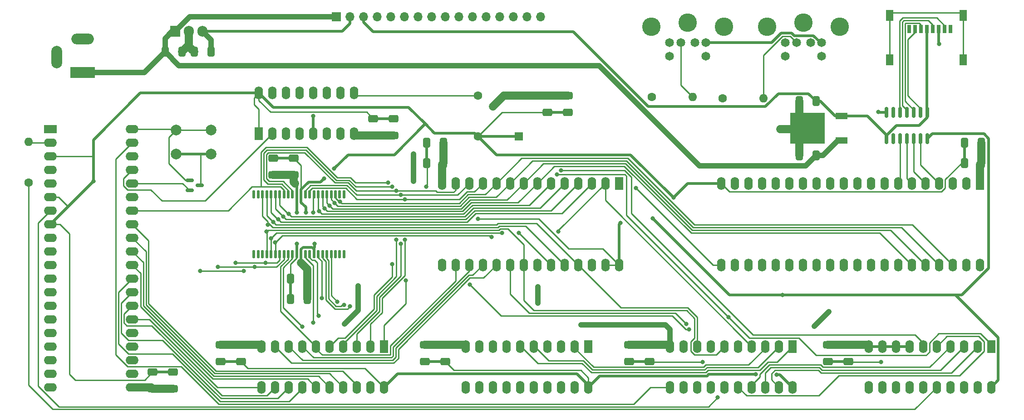
<source format=gbr>
%TF.GenerationSoftware,KiCad,Pcbnew,(6.0.5)*%
%TF.CreationDate,2022-09-15T01:10:35+02:00*%
%TF.ProjectId,65816 computer,36353831-3620-4636-9f6d-70757465722e,rev?*%
%TF.SameCoordinates,Original*%
%TF.FileFunction,Copper,L1,Top*%
%TF.FilePolarity,Positive*%
%FSLAX46Y46*%
G04 Gerber Fmt 4.6, Leading zero omitted, Abs format (unit mm)*
G04 Created by KiCad (PCBNEW (6.0.5)) date 2022-09-15 01:10:35*
%MOMM*%
%LPD*%
G01*
G04 APERTURE LIST*
G04 Aperture macros list*
%AMRoundRect*
0 Rectangle with rounded corners*
0 $1 Rounding radius*
0 $2 $3 $4 $5 $6 $7 $8 $9 X,Y pos of 4 corners*
0 Add a 4 corners polygon primitive as box body*
4,1,4,$2,$3,$4,$5,$6,$7,$8,$9,$2,$3,0*
0 Add four circle primitives for the rounded corners*
1,1,$1+$1,$2,$3*
1,1,$1+$1,$4,$5*
1,1,$1+$1,$6,$7*
1,1,$1+$1,$8,$9*
0 Add four rect primitives between the rounded corners*
20,1,$1+$1,$2,$3,$4,$5,0*
20,1,$1+$1,$4,$5,$6,$7,0*
20,1,$1+$1,$6,$7,$8,$9,0*
20,1,$1+$1,$8,$9,$2,$3,0*%
G04 Aperture macros list end*
%TA.AperFunction,SMDPad,CuDef*%
%ADD10RoundRect,0.250000X-0.650000X0.412500X-0.650000X-0.412500X0.650000X-0.412500X0.650000X0.412500X0*%
%TD*%
%TA.AperFunction,SMDPad,CuDef*%
%ADD11RoundRect,0.250000X-0.412500X-0.650000X0.412500X-0.650000X0.412500X0.650000X-0.412500X0.650000X0*%
%TD*%
%TA.AperFunction,ComponentPad*%
%ADD12R,1.600000X2.400000*%
%TD*%
%TA.AperFunction,ComponentPad*%
%ADD13O,1.600000X2.400000*%
%TD*%
%TA.AperFunction,ComponentPad*%
%ADD14R,4.600000X2.000000*%
%TD*%
%TA.AperFunction,ComponentPad*%
%ADD15O,4.200000X2.000000*%
%TD*%
%TA.AperFunction,ComponentPad*%
%ADD16O,2.000000X4.200000*%
%TD*%
%TA.AperFunction,SMDPad,CuDef*%
%ADD17RoundRect,0.250000X0.650000X-0.412500X0.650000X0.412500X-0.650000X0.412500X-0.650000X-0.412500X0*%
%TD*%
%TA.AperFunction,ComponentPad*%
%ADD18C,2.000000*%
%TD*%
%TA.AperFunction,SMDPad,CuDef*%
%ADD19RoundRect,0.137500X-0.137500X0.625000X-0.137500X-0.625000X0.137500X-0.625000X0.137500X0.625000X0*%
%TD*%
%TA.AperFunction,SMDPad,CuDef*%
%ADD20R,2.200000X1.200000*%
%TD*%
%TA.AperFunction,SMDPad,CuDef*%
%ADD21R,6.400000X5.800000*%
%TD*%
%TA.AperFunction,ComponentPad*%
%ADD22C,1.600000*%
%TD*%
%TA.AperFunction,ComponentPad*%
%ADD23O,1.600000X1.600000*%
%TD*%
%TA.AperFunction,SMDPad,CuDef*%
%ADD24RoundRect,0.250000X0.412500X0.650000X-0.412500X0.650000X-0.412500X-0.650000X0.412500X-0.650000X0*%
%TD*%
%TA.AperFunction,ComponentPad*%
%ADD25R,2.400000X1.600000*%
%TD*%
%TA.AperFunction,ComponentPad*%
%ADD26O,2.400000X1.600000*%
%TD*%
%TA.AperFunction,SMDPad,CuDef*%
%ADD27RoundRect,0.150000X-0.587500X-0.150000X0.587500X-0.150000X0.587500X0.150000X-0.587500X0.150000X0*%
%TD*%
%TA.AperFunction,ComponentPad*%
%ADD28R,1.600000X1.600000*%
%TD*%
%TA.AperFunction,ComponentPad*%
%ADD29C,1.650000*%
%TD*%
%TA.AperFunction,ComponentPad*%
%ADD30C,3.450000*%
%TD*%
%TA.AperFunction,ComponentPad*%
%ADD31R,1.700000X1.700000*%
%TD*%
%TA.AperFunction,ComponentPad*%
%ADD32O,1.700000X1.700000*%
%TD*%
%TA.AperFunction,SMDPad,CuDef*%
%ADD33RoundRect,0.150000X-0.150000X0.825000X-0.150000X-0.825000X0.150000X-0.825000X0.150000X0.825000X0*%
%TD*%
%TA.AperFunction,SMDPad,CuDef*%
%ADD34R,0.800000X1.500000*%
%TD*%
%TA.AperFunction,SMDPad,CuDef*%
%ADD35R,1.450000X2.000000*%
%TD*%
%TA.AperFunction,ComponentPad*%
%ADD36R,1.905000X2.000000*%
%TD*%
%TA.AperFunction,ComponentPad*%
%ADD37O,1.905000X2.000000*%
%TD*%
%TA.AperFunction,ViaPad*%
%ADD38C,0.800000*%
%TD*%
%TA.AperFunction,Conductor*%
%ADD39C,0.250000*%
%TD*%
%TA.AperFunction,Conductor*%
%ADD40C,1.000000*%
%TD*%
%TA.AperFunction,Conductor*%
%ADD41C,1.500000*%
%TD*%
%TA.AperFunction,Conductor*%
%ADD42C,0.500000*%
%TD*%
G04 APERTURE END LIST*
D10*
%TO.P,C19,1*%
%TO.N,+5V*%
X97038000Y-64741500D03*
%TO.P,C19,2*%
%TO.N,GNDD*%
X97038000Y-67866500D03*
%TD*%
D11*
%TO.P,C5,1*%
%TO.N,+5V*%
X77812500Y-94615000D03*
%TO.P,C5,2*%
%TO.N,GNDD*%
X80937500Y-94615000D03*
%TD*%
D12*
%TO.P,U10,1,~{Mr}*%
%TO.N,+5V*%
X71882000Y-67564000D03*
D13*
%TO.P,U10,2,Q0*%
%TO.N,CLK*%
X74422000Y-67564000D03*
%TO.P,U10,3,~{Q0}*%
%TO.N,~{CLK}*%
X76962000Y-67564000D03*
%TO.P,U10,4,D0*%
X79502000Y-67564000D03*
%TO.P,U10,5,D1*%
%TO.N,GNDD*%
X82042000Y-67564000D03*
%TO.P,U10,6,~{Q1}*%
%TO.N,unconnected-(U10-Pad6)*%
X84582000Y-67564000D03*
%TO.P,U10,7,Q1*%
%TO.N,unconnected-(U10-Pad7)*%
X87122000Y-67564000D03*
%TO.P,U10,8,GND*%
%TO.N,GNDD*%
X89662000Y-67564000D03*
%TO.P,U10,9,Cp*%
%TO.N,/CLK\u002A2*%
X89662000Y-59944000D03*
%TO.P,U10,10,Q2*%
%TO.N,unconnected-(U10-Pad10)*%
X87122000Y-59944000D03*
%TO.P,U10,11,~{Q2}*%
%TO.N,unconnected-(U10-Pad11)*%
X84582000Y-59944000D03*
%TO.P,U10,12,D2*%
%TO.N,GNDD*%
X82042000Y-59944000D03*
%TO.P,U10,13,D3*%
X79502000Y-59944000D03*
%TO.P,U10,14,~{Q3}*%
%TO.N,unconnected-(U10-Pad14)*%
X76962000Y-59944000D03*
%TO.P,U10,15,Q3*%
%TO.N,unconnected-(U10-Pad15)*%
X74422000Y-59944000D03*
%TO.P,U10,16,VCC*%
%TO.N,+5V*%
X71882000Y-59944000D03*
%TD*%
D11*
%TO.P,C1,1*%
%TO.N,+9V*%
X54392059Y-52253000D03*
%TO.P,C1,2*%
%TO.N,GNDD*%
X57517059Y-52253000D03*
%TD*%
D14*
%TO.P,J1,1*%
%TO.N,+9V*%
X39004000Y-56134000D03*
D15*
%TO.P,J1,2*%
%TO.N,GNDD*%
X39004000Y-49834000D03*
D16*
%TO.P,J1,MP,MountPin*%
%TO.N,unconnected-(J1-PadMP)*%
X34204000Y-53234000D03*
%TD*%
D17*
%TO.P,C16,1*%
%TO.N,+5V*%
X64770000Y-110147500D03*
%TO.P,C16,2*%
%TO.N,GNDD*%
X64770000Y-107022500D03*
%TD*%
D18*
%TO.P,SW1,1,1*%
%TO.N,/RESB*%
X56440000Y-66838000D03*
X62940000Y-66838000D03*
%TO.P,SW1,2,2*%
%TO.N,GNDD*%
X56440000Y-71338000D03*
X62940000Y-71338000D03*
%TD*%
D10*
%TO.P,C8,1*%
%TO.N,+5V*%
X74549000Y-72097500D03*
%TO.P,C8,2*%
%TO.N,GNDD*%
X74549000Y-75222500D03*
%TD*%
D17*
%TO.P,C15,1*%
%TO.N,+5V*%
X68580000Y-110147500D03*
%TO.P,C15,2*%
%TO.N,GNDD*%
X68580000Y-107022500D03*
%TD*%
D12*
%TO.P,U4,1,OE*%
%TO.N,GNDD*%
X133345000Y-107325000D03*
D13*
%TO.P,U4,2,O0*%
%TO.N,/A16*%
X130805000Y-107325000D03*
%TO.P,U4,3,D0*%
%TO.N,/CPU_D0*%
X128265000Y-107325000D03*
%TO.P,U4,4,D1*%
%TO.N,/CPU_D1*%
X125725000Y-107325000D03*
%TO.P,U4,5,O1*%
%TO.N,/A17*%
X123185000Y-107325000D03*
%TO.P,U4,6,O2*%
%TO.N,/A18*%
X120645000Y-107325000D03*
%TO.P,U4,7,D2*%
%TO.N,/CPU_D2*%
X118105000Y-107325000D03*
%TO.P,U4,8,D3*%
%TO.N,GNDD*%
X115565000Y-107325000D03*
%TO.P,U4,9,O3*%
%TO.N,unconnected-(U4-Pad9)*%
X113025000Y-107325000D03*
%TO.P,U4,10,GND*%
%TO.N,GNDD*%
X110485000Y-107325000D03*
%TO.P,U4,11,LE*%
%TO.N,BANK_LATCH_CLK*%
X110485000Y-114945000D03*
%TO.P,U4,12,O4*%
%TO.N,unconnected-(U4-Pad12)*%
X113025000Y-114945000D03*
%TO.P,U4,13,D4*%
%TO.N,GNDD*%
X115565000Y-114945000D03*
%TO.P,U4,14,D5*%
X118105000Y-114945000D03*
%TO.P,U4,15,O5*%
%TO.N,unconnected-(U4-Pad15)*%
X120645000Y-114945000D03*
%TO.P,U4,16,O6*%
%TO.N,unconnected-(U4-Pad16)*%
X123185000Y-114945000D03*
%TO.P,U4,17,D6*%
%TO.N,GNDD*%
X125725000Y-114945000D03*
%TO.P,U4,18,D7*%
X128265000Y-114945000D03*
%TO.P,U4,19,O7*%
%TO.N,unconnected-(U4-Pad19)*%
X130805000Y-114945000D03*
%TO.P,U4,20,VCC*%
%TO.N,+5V*%
X133345000Y-114945000D03*
%TD*%
D19*
%TO.P,U5,1*%
%TO.N,N/C*%
X87775000Y-78862500D03*
%TO.P,U5,2*%
X86975000Y-78862500D03*
%TO.P,U5,3,A0*%
%TO.N,/A0*%
X86175000Y-78862500D03*
%TO.P,U5,4,A1*%
%TO.N,/A1*%
X85375000Y-78862500D03*
%TO.P,U5,5,A2*%
%TO.N,/A2*%
X84575000Y-78862500D03*
%TO.P,U5,6,A3*%
%TO.N,/A3*%
X83775000Y-78862500D03*
%TO.P,U5,7,A4*%
%TO.N,/A4*%
X82975000Y-78862500D03*
%TO.P,U5,8,~{CE}*%
%TO.N,~{RAM}*%
X82175000Y-78862500D03*
%TO.P,U5,9,D0*%
%TO.N,/D0*%
X81375000Y-78862500D03*
%TO.P,U5,10,D1*%
%TO.N,/D1*%
X80575000Y-78862500D03*
%TO.P,U5,11,VCC*%
%TO.N,+5V*%
X79775000Y-78862500D03*
%TO.P,U5,12,GND*%
%TO.N,GNDD*%
X78975000Y-78862500D03*
%TO.P,U5,13,D2*%
%TO.N,/D2*%
X78175000Y-78862500D03*
%TO.P,U5,14,D3*%
%TO.N,/D3*%
X77375000Y-78862500D03*
%TO.P,U5,15,~{WE}*%
%TO.N,/RWB*%
X76575000Y-78862500D03*
%TO.P,U5,16,A5*%
%TO.N,/A5*%
X75775000Y-78862500D03*
%TO.P,U5,17,A6*%
%TO.N,/A6*%
X74975000Y-78862500D03*
%TO.P,U5,18,A7*%
%TO.N,/A7*%
X74175000Y-78862500D03*
%TO.P,U5,19,A8*%
%TO.N,/A8*%
X73375000Y-78862500D03*
%TO.P,U5,20,A9*%
%TO.N,/A9*%
X72575000Y-78862500D03*
%TO.P,U5,21*%
%TO.N,N/C*%
X71775000Y-78862500D03*
%TO.P,U5,22*%
X70975000Y-78862500D03*
%TO.P,U5,23*%
X70975000Y-90037500D03*
%TO.P,U5,24*%
X71775000Y-90037500D03*
%TO.P,U5,25*%
X72575000Y-90037500D03*
%TO.P,U5,26,A10*%
%TO.N,/A10*%
X73375000Y-90037500D03*
%TO.P,U5,27,A11*%
%TO.N,/A11*%
X74175000Y-90037500D03*
%TO.P,U5,28,A12*%
%TO.N,/A12*%
X74975000Y-90037500D03*
%TO.P,U5,29,A13*%
%TO.N,/A13*%
X75775000Y-90037500D03*
%TO.P,U5,30,A14*%
%TO.N,/A14*%
X76575000Y-90037500D03*
%TO.P,U5,31,D4*%
%TO.N,/D4*%
X77375000Y-90037500D03*
%TO.P,U5,32,D5*%
%TO.N,/D5*%
X78175000Y-90037500D03*
%TO.P,U5,33,VCC*%
%TO.N,+5V*%
X78975000Y-90037500D03*
%TO.P,U5,34,GND*%
%TO.N,GNDD*%
X79775000Y-90037500D03*
%TO.P,U5,35,D6*%
%TO.N,/D6*%
X80575000Y-90037500D03*
%TO.P,U5,36,D7*%
%TO.N,/D7*%
X81375000Y-90037500D03*
%TO.P,U5,37,~{OE}*%
%TO.N,GNDD*%
X82175000Y-90037500D03*
%TO.P,U5,38,A15*%
%TO.N,/A15*%
X82975000Y-90037500D03*
%TO.P,U5,39,A16*%
%TO.N,/A16*%
X83775000Y-90037500D03*
%TO.P,U5,40,A17*%
%TO.N,/A17*%
X84575000Y-90037500D03*
%TO.P,U5,41,A18*%
%TO.N,/A18*%
X85375000Y-90037500D03*
%TO.P,U5,42*%
%TO.N,N/C*%
X86175000Y-90037500D03*
%TO.P,U5,43*%
X86975000Y-90037500D03*
%TO.P,U5,44*%
X87775000Y-90037500D03*
%TD*%
D20*
%TO.P,U3,1,VI*%
%TO.N,+9V*%
X180544000Y-68828000D03*
D21*
%TO.P,U3,2,GND*%
%TO.N,GNDD*%
X174244000Y-66548000D03*
D20*
%TO.P,U3,3,VO*%
%TO.N,+3V3*%
X180544000Y-64268000D03*
%TD*%
D22*
%TO.P,R2,1*%
%TO.N,GNDD*%
X158422559Y-60960000D03*
D23*
%TO.P,R2,2*%
%TO.N,/KEYBOARD_DATA*%
X166042559Y-60960000D03*
%TD*%
D11*
%TO.P,C17,1*%
%TO.N,+5V*%
X103197500Y-73025000D03*
%TO.P,C17,2*%
%TO.N,GNDD*%
X106322500Y-73025000D03*
%TD*%
D12*
%TO.P,U8,1,A->B*%
%TO.N,/RWB*%
X95245000Y-107325000D03*
D13*
%TO.P,U8,2,A0*%
%TO.N,/D0*%
X92705000Y-107325000D03*
%TO.P,U8,3,A1*%
%TO.N,/D1*%
X90165000Y-107325000D03*
%TO.P,U8,4,A2*%
%TO.N,/D2*%
X87625000Y-107325000D03*
%TO.P,U8,5,A3*%
%TO.N,/D3*%
X85085000Y-107325000D03*
%TO.P,U8,6,A4*%
%TO.N,/D4*%
X82545000Y-107325000D03*
%TO.P,U8,7,A5*%
%TO.N,/D5*%
X80005000Y-107325000D03*
%TO.P,U8,8,A6*%
%TO.N,/D6*%
X77465000Y-107325000D03*
%TO.P,U8,9,A7*%
%TO.N,/D7*%
X74925000Y-107325000D03*
%TO.P,U8,10,GND*%
%TO.N,GNDD*%
X72385000Y-107325000D03*
%TO.P,U8,11,B7*%
%TO.N,/CPU_D7*%
X72385000Y-114945000D03*
%TO.P,U8,12,B6*%
%TO.N,/CPU_D6*%
X74925000Y-114945000D03*
%TO.P,U8,13,B5*%
%TO.N,/CPU_D5*%
X77465000Y-114945000D03*
%TO.P,U8,14,B4*%
%TO.N,/CPU_D4*%
X80005000Y-114945000D03*
%TO.P,U8,15,B3*%
%TO.N,/CPU_D3*%
X82545000Y-114945000D03*
%TO.P,U8,16,B2*%
%TO.N,/CPU_D2*%
X85085000Y-114945000D03*
%TO.P,U8,17,B1*%
%TO.N,/CPU_D1*%
X87625000Y-114945000D03*
%TO.P,U8,18,B0*%
%TO.N,/CPU_D0*%
X90165000Y-114945000D03*
%TO.P,U8,19,CE*%
%TO.N,BANK_LATCH_CLK*%
X92705000Y-114945000D03*
%TO.P,U8,20,VCC*%
%TO.N,+5V*%
X95245000Y-114945000D03*
%TD*%
D12*
%TO.P,U12,1,I/CLK*%
%TO.N,CLK*%
X208502480Y-107325000D03*
D13*
%TO.P,U12,2,I1*%
%TO.N,/X*%
X205962480Y-107325000D03*
%TO.P,U12,3,I2*%
%TO.N,/Y*%
X203422480Y-107325000D03*
%TO.P,U12,4,PD/I3*%
%TO.N,/Z*%
X200882480Y-107325000D03*
%TO.P,U12,5,I4*%
%TO.N,/VALID*%
X198342480Y-107325000D03*
%TO.P,U12,6,I5*%
%TO.N,~{CLK}*%
X195802480Y-107325000D03*
%TO.P,U12,7,I6*%
%TO.N,GNDD*%
X193262480Y-107325000D03*
%TO.P,U12,8,I7*%
X190722480Y-107325000D03*
%TO.P,U12,9,I8*%
X188182480Y-107325000D03*
%TO.P,U12,10,GND*%
X185642480Y-107325000D03*
%TO.P,U12,11,I9/~{OE}*%
X185642480Y-114945000D03*
%TO.P,U12,12,I/O8*%
%TO.N,unconnected-(U12-Pad12)*%
X188182480Y-114945000D03*
%TO.P,U12,13,I/O7*%
%TO.N,unconnected-(U12-Pad13)*%
X190722480Y-114945000D03*
%TO.P,U12,14,I/O6*%
%TO.N,unconnected-(U12-Pad14)*%
X193262480Y-114945000D03*
%TO.P,U12,15,I/O5*%
%TO.N,BANK_LATCH_CLK*%
X195802480Y-114945000D03*
%TO.P,U12,16,I/O4*%
%TO.N,RDY*%
X198342480Y-114945000D03*
%TO.P,U12,17,I/03*%
%TO.N,IO*%
X200882480Y-114945000D03*
%TO.P,U12,18,I/O2*%
%TO.N,~{ROM}*%
X203422480Y-114945000D03*
%TO.P,U12,19,I/O1*%
%TO.N,~{RAM}*%
X205962480Y-114945000D03*
%TO.P,U12,20,VCC*%
%TO.N,+5V*%
X208502480Y-114945000D03*
%TD*%
D17*
%TO.P,C23,1*%
%TO.N,+5V*%
X144780000Y-110147500D03*
%TO.P,C23,2*%
%TO.N,GNDD*%
X144780000Y-107022500D03*
%TD*%
D24*
%TO.P,C2,1*%
%TO.N,+5V*%
X62957059Y-52253000D03*
%TO.P,C2,2*%
%TO.N,GNDD*%
X59832059Y-52253000D03*
%TD*%
D25*
%TO.P,U6,1,~{VP}*%
%TO.N,unconnected-(U6-Pad1)*%
X33015000Y-66680000D03*
D26*
%TO.P,U6,2,RDY*%
%TO.N,Net-(R3-Pad2)*%
X33015000Y-69220000D03*
%TO.P,U6,3,~{ABORT}*%
%TO.N,+5V*%
X33015000Y-71760000D03*
%TO.P,U6,4,~{IRQ}*%
%TO.N,/IRQB*%
X33015000Y-74300000D03*
%TO.P,U6,5,~{ML}*%
%TO.N,unconnected-(U6-Pad5)*%
X33015000Y-76840000D03*
%TO.P,U6,6,~{NMI}*%
%TO.N,+5V*%
X33015000Y-79380000D03*
%TO.P,U6,7,VPA*%
%TO.N,VPA*%
X33015000Y-81920000D03*
%TO.P,U6,8,VDD*%
%TO.N,+5V*%
X33015000Y-84460000D03*
%TO.P,U6,9,A0*%
%TO.N,/A0*%
X33015000Y-87000000D03*
%TO.P,U6,10,A1*%
%TO.N,/A1*%
X33015000Y-89540000D03*
%TO.P,U6,11,A2*%
%TO.N,/A2*%
X33015000Y-92080000D03*
%TO.P,U6,12,A3*%
%TO.N,/A3*%
X33015000Y-94620000D03*
%TO.P,U6,13,A4*%
%TO.N,/A4*%
X33015000Y-97160000D03*
%TO.P,U6,14,A5*%
%TO.N,/A5*%
X33015000Y-99700000D03*
%TO.P,U6,15,A6*%
%TO.N,/A6*%
X33015000Y-102240000D03*
%TO.P,U6,16,A7*%
%TO.N,/A7*%
X33015000Y-104780000D03*
%TO.P,U6,17,A8*%
%TO.N,/A8*%
X33015000Y-107320000D03*
%TO.P,U6,18,A9*%
%TO.N,/A9*%
X33015000Y-109860000D03*
%TO.P,U6,19,A10*%
%TO.N,/A10*%
X33015000Y-112400000D03*
%TO.P,U6,20,A11*%
%TO.N,/A11*%
X33015000Y-114940000D03*
%TO.P,U6,21,VSS*%
%TO.N,GNDD*%
X48255000Y-114940000D03*
%TO.P,U6,22,A12*%
%TO.N,/A12*%
X48255000Y-112400000D03*
%TO.P,U6,23,A13*%
%TO.N,/A13*%
X48255000Y-109860000D03*
%TO.P,U6,24,A14*%
%TO.N,/A14*%
X48255000Y-107320000D03*
%TO.P,U6,25,A15*%
%TO.N,/A15*%
X48255000Y-104780000D03*
%TO.P,U6,26,D7*%
%TO.N,/CPU_D7*%
X48255000Y-102240000D03*
%TO.P,U6,27,D6*%
%TO.N,/CPU_D6*%
X48255000Y-99700000D03*
%TO.P,U6,28,D5*%
%TO.N,/CPU_D5*%
X48255000Y-97160000D03*
%TO.P,U6,29,D4*%
%TO.N,/CPU_D4*%
X48255000Y-94620000D03*
%TO.P,U6,30,D3*%
%TO.N,/CPU_D3*%
X48255000Y-92080000D03*
%TO.P,U6,31,D2*%
%TO.N,/CPU_D2*%
X48255000Y-89540000D03*
%TO.P,U6,32,D1*%
%TO.N,/CPU_D1*%
X48255000Y-87000000D03*
%TO.P,U6,33,D0*%
%TO.N,/CPU_D0*%
X48255000Y-84460000D03*
%TO.P,U6,34,R/~{W}*%
%TO.N,/RWB*%
X48255000Y-81920000D03*
%TO.P,U6,35,E*%
%TO.N,unconnected-(U6-Pad35)*%
X48255000Y-79380000D03*
%TO.P,U6,36,BE*%
%TO.N,+5V*%
X48255000Y-76840000D03*
%TO.P,U6,37,\u03D50*%
%TO.N,CLK*%
X48255000Y-74300000D03*
%TO.P,U6,38,MX*%
%TO.N,unconnected-(U6-Pad38)*%
X48255000Y-71760000D03*
%TO.P,U6,39,VDA*%
%TO.N,VDA*%
X48255000Y-69220000D03*
%TO.P,U6,40,~{RES}*%
%TO.N,/RESB*%
X48255000Y-66680000D03*
%TD*%
D27*
%TO.P,U2,1,~{RST}*%
%TO.N,/RESB*%
X59006500Y-76266000D03*
%TO.P,U2,2,VCC*%
%TO.N,+5V*%
X59006500Y-78166000D03*
%TO.P,U2,3,GND*%
%TO.N,GNDD*%
X60881500Y-77216000D03*
%TD*%
D10*
%TO.P,C12,1*%
%TO.N,+5V*%
X55880000Y-112102500D03*
%TO.P,C12,2*%
%TO.N,GNDD*%
X55880000Y-115227500D03*
%TD*%
D12*
%TO.P,U7,1,VSS*%
%TO.N,GNDD*%
X206370000Y-76830000D03*
D13*
%TO.P,U7,2,PA0*%
%TO.N,/KEYBOARD_DATA*%
X203830000Y-76830000D03*
%TO.P,U7,3,PA1*%
%TO.N,/MOUSE_DATA*%
X201290000Y-76830000D03*
%TO.P,U7,4,PA2*%
%TO.N,/uSD_CS_5V*%
X198750000Y-76830000D03*
%TO.P,U7,5,PA3*%
%TO.N,/uSD_MOSI_5V*%
X196210000Y-76830000D03*
%TO.P,U7,6,PA4*%
%TO.N,/uSD_CLK_5V*%
X193670000Y-76830000D03*
%TO.P,U7,7,PA5*%
%TO.N,/uSD_MISO_5V*%
X191130000Y-76830000D03*
%TO.P,U7,8,PA6*%
%TO.N,/PA6*%
X188590000Y-76830000D03*
%TO.P,U7,9,PA7*%
%TO.N,/PA7*%
X186050000Y-76830000D03*
%TO.P,U7,10,PB0*%
%TO.N,/PB0*%
X183510000Y-76830000D03*
%TO.P,U7,11,PB1*%
%TO.N,/PB1*%
X180970000Y-76830000D03*
%TO.P,U7,12,PB2*%
%TO.N,/PB2*%
X178430000Y-76830000D03*
%TO.P,U7,13,PB3*%
%TO.N,/PB3*%
X175890000Y-76830000D03*
%TO.P,U7,14,PB4*%
%TO.N,/PB4*%
X173350000Y-76830000D03*
%TO.P,U7,15,PB5*%
%TO.N,/PB5*%
X170810000Y-76830000D03*
%TO.P,U7,16,PB6*%
%TO.N,/PB6*%
X168270000Y-76830000D03*
%TO.P,U7,17,PB7*%
%TO.N,/PB7*%
X165730000Y-76830000D03*
%TO.P,U7,18,CB1*%
%TO.N,/CB1*%
X163190000Y-76830000D03*
%TO.P,U7,19,CB2*%
%TO.N,/CB2*%
X160650000Y-76830000D03*
%TO.P,U7,20,VCC*%
%TO.N,+5V*%
X158110000Y-76830000D03*
%TO.P,U7,21,~{IRQ}*%
%TO.N,/IRQB*%
X158110000Y-92070000D03*
%TO.P,U7,22,R/~{W}*%
%TO.N,/RWB*%
X160650000Y-92070000D03*
%TO.P,U7,23,~{CS2}*%
%TO.N,GNDD*%
X163190000Y-92070000D03*
%TO.P,U7,24,CS1*%
%TO.N,IO*%
X165730000Y-92070000D03*
%TO.P,U7,25,\u03D52*%
%TO.N,CLK*%
X168270000Y-92070000D03*
%TO.P,U7,26,D7*%
%TO.N,/D7*%
X170810000Y-92070000D03*
%TO.P,U7,27,D6*%
%TO.N,/D6*%
X173350000Y-92070000D03*
%TO.P,U7,28,D5*%
%TO.N,/D5*%
X175890000Y-92070000D03*
%TO.P,U7,29,D4*%
%TO.N,/D4*%
X178430000Y-92070000D03*
%TO.P,U7,30,D3*%
%TO.N,/D3*%
X180970000Y-92070000D03*
%TO.P,U7,31,D2*%
%TO.N,/D2*%
X183510000Y-92070000D03*
%TO.P,U7,32,D1*%
%TO.N,/D1*%
X186050000Y-92070000D03*
%TO.P,U7,33,D0*%
%TO.N,/D0*%
X188590000Y-92070000D03*
%TO.P,U7,34,~{RES}*%
%TO.N,/RESB*%
X191130000Y-92070000D03*
%TO.P,U7,35,RS3*%
%TO.N,/A3*%
X193670000Y-92070000D03*
%TO.P,U7,36,RS2*%
%TO.N,/A2*%
X196210000Y-92070000D03*
%TO.P,U7,37,RS1*%
%TO.N,/A1*%
X198750000Y-92070000D03*
%TO.P,U7,38,RS0*%
%TO.N,/A0*%
X201290000Y-92070000D03*
%TO.P,U7,39,CA2*%
%TO.N,/MOUSE_CLOCK*%
X203830000Y-92070000D03*
%TO.P,U7,40,CA1*%
%TO.N,/KEYBOARD_CLOCK*%
X206370000Y-92070000D03*
%TD*%
D17*
%TO.P,C21,1*%
%TO.N,+5V*%
X129540000Y-63577000D03*
%TO.P,C21,2*%
%TO.N,GNDD*%
X129540000Y-60452000D03*
%TD*%
D10*
%TO.P,C6,1*%
%TO.N,+5V*%
X78359000Y-72097500D03*
%TO.P,C6,2*%
%TO.N,GNDD*%
X78359000Y-75222500D03*
%TD*%
D28*
%TO.P,X1,1,Tri-State*%
%TO.N,+5V*%
X120396000Y-68072000D03*
D22*
%TO.P,X1,4,GND*%
%TO.N,GNDD*%
X120396000Y-60452000D03*
%TO.P,X1,5,OUT*%
%TO.N,/CLK\u002A2*%
X112776000Y-60452000D03*
%TO.P,X1,8,VDD*%
%TO.N,+5V*%
X112776000Y-68072000D03*
%TD*%
D29*
%TO.P,J2,1*%
%TO.N,/KEYBOARD_DATA*%
X172182000Y-50564000D03*
%TO.P,J2,2*%
%TO.N,unconnected-(J2-Pad2)*%
X174782000Y-50564000D03*
%TO.P,J2,3*%
%TO.N,GNDD*%
X170082000Y-50564000D03*
%TO.P,J2,5*%
%TO.N,+5V*%
X176882000Y-50564000D03*
%TO.P,J2,6*%
%TO.N,/KEYBOARD_CLOCK*%
X170082000Y-53064000D03*
%TO.P,J2,8*%
%TO.N,unconnected-(J2-Pad8)*%
X176882000Y-53064000D03*
D30*
%TO.P,J2,MH1*%
%TO.N,N/C*%
X166732000Y-47564000D03*
%TO.P,J2,MH2*%
X173482000Y-46764000D03*
%TO.P,J2,MH3*%
X180232000Y-47564000D03*
%TD*%
D31*
%TO.P,J5,1,Pin_1*%
%TO.N,+9V*%
X86360000Y-45720000D03*
D32*
%TO.P,J5,2,Pin_2*%
%TO.N,+5V*%
X88900000Y-45720000D03*
%TO.P,J5,3,Pin_3*%
%TO.N,+3V3*%
X91440000Y-45720000D03*
%TO.P,J5,4,Pin_4*%
%TO.N,/PA6*%
X93980000Y-45720000D03*
%TO.P,J5,5,Pin_5*%
%TO.N,/PA7*%
X96520000Y-45720000D03*
%TO.P,J5,6,Pin_6*%
%TO.N,/PB0*%
X99060000Y-45720000D03*
%TO.P,J5,7,Pin_7*%
%TO.N,/PB1*%
X101600000Y-45720000D03*
%TO.P,J5,8,Pin_8*%
%TO.N,/PB2*%
X104140000Y-45720000D03*
%TO.P,J5,9,Pin_9*%
%TO.N,/PB3*%
X106680000Y-45720000D03*
%TO.P,J5,10,Pin_10*%
%TO.N,/PB4*%
X109220000Y-45720000D03*
%TO.P,J5,11,Pin_11*%
%TO.N,/PB5*%
X111760000Y-45720000D03*
%TO.P,J5,12,Pin_12*%
%TO.N,/PB6*%
X114300000Y-45720000D03*
%TO.P,J5,13,Pin_13*%
%TO.N,/PB7*%
X116840000Y-45720000D03*
%TO.P,J5,14,Pin_14*%
%TO.N,/CB1*%
X119380000Y-45720000D03*
%TO.P,J5,15,Pin_15*%
%TO.N,/CB2*%
X121920000Y-45720000D03*
%TO.P,J5,16,Pin_16*%
%TO.N,GNDD*%
X124460000Y-45720000D03*
%TD*%
D17*
%TO.P,C24,1*%
%TO.N,+5V*%
X140970000Y-110147500D03*
%TO.P,C24,2*%
%TO.N,GNDD*%
X140970000Y-107022500D03*
%TD*%
D33*
%TO.P,U9,1,VCCA*%
%TO.N,+3V3*%
X196596000Y-63565000D03*
%TO.P,U9,2,A1*%
%TO.N,/uSD_CS*%
X195326000Y-63565000D03*
%TO.P,U9,3,A2*%
%TO.N,/uSD_MOSI*%
X194056000Y-63565000D03*
%TO.P,U9,4,A3*%
%TO.N,/uSD_CLK*%
X192786000Y-63565000D03*
%TO.P,U9,5,A4*%
%TO.N,/uSD_MISO*%
X191516000Y-63565000D03*
%TO.P,U9,6,NC*%
%TO.N,unconnected-(U9-Pad6)*%
X190246000Y-63565000D03*
%TO.P,U9,7,GND*%
%TO.N,GNDD*%
X188976000Y-63565000D03*
%TO.P,U9,8,OE*%
%TO.N,+3V3*%
X188976000Y-68515000D03*
%TO.P,U9,9,NC*%
%TO.N,unconnected-(U9-Pad9)*%
X190246000Y-68515000D03*
%TO.P,U9,10,B4*%
%TO.N,/uSD_MISO_5V*%
X191516000Y-68515000D03*
%TO.P,U9,11,B3*%
%TO.N,/uSD_CLK_5V*%
X192786000Y-68515000D03*
%TO.P,U9,12,B2*%
%TO.N,/uSD_MOSI_5V*%
X194056000Y-68515000D03*
%TO.P,U9,13,B1*%
%TO.N,/uSD_CS_5V*%
X195326000Y-68515000D03*
%TO.P,U9,14,VCCB*%
%TO.N,+5V*%
X196596000Y-68515000D03*
%TD*%
D10*
%TO.P,C20,1*%
%TO.N,+5V*%
X93228000Y-64741500D03*
%TO.P,C20,2*%
%TO.N,GNDD*%
X93228000Y-67866500D03*
%TD*%
D17*
%TO.P,C25,1*%
%TO.N,+5V*%
X181837480Y-110147500D03*
%TO.P,C25,2*%
%TO.N,GNDD*%
X181837480Y-107022500D03*
%TD*%
D12*
%TO.P,U11,1*%
%TO.N,N/C*%
X139065000Y-76835000D03*
D13*
%TO.P,U11,2,A12*%
%TO.N,/A12*%
X136525000Y-76835000D03*
%TO.P,U11,3,A7*%
%TO.N,/A7*%
X133985000Y-76835000D03*
%TO.P,U11,4,A6*%
%TO.N,/A6*%
X131445000Y-76835000D03*
%TO.P,U11,5,A5*%
%TO.N,/A5*%
X128905000Y-76835000D03*
%TO.P,U11,6,A4*%
%TO.N,/A4*%
X126365000Y-76835000D03*
%TO.P,U11,7,A3*%
%TO.N,/A3*%
X123825000Y-76835000D03*
%TO.P,U11,8,A2*%
%TO.N,/A2*%
X121285000Y-76835000D03*
%TO.P,U11,9,A1*%
%TO.N,/A1*%
X118745000Y-76835000D03*
%TO.P,U11,10,A0*%
%TO.N,/A0*%
X116205000Y-76835000D03*
%TO.P,U11,11,D0*%
%TO.N,/D0*%
X113665000Y-76835000D03*
%TO.P,U11,12,D1*%
%TO.N,/D1*%
X111125000Y-76835000D03*
%TO.P,U11,13,D2*%
%TO.N,/D2*%
X108585000Y-76835000D03*
%TO.P,U11,14,GND*%
%TO.N,GNDD*%
X106045000Y-76835000D03*
%TO.P,U11,15,D3*%
%TO.N,/D3*%
X106045000Y-92075000D03*
%TO.P,U11,16,D4*%
%TO.N,/D4*%
X108585000Y-92075000D03*
%TO.P,U11,17,D5*%
%TO.N,/D5*%
X111125000Y-92075000D03*
%TO.P,U11,18,D6*%
%TO.N,/D6*%
X113665000Y-92075000D03*
%TO.P,U11,19,D7*%
%TO.N,/D7*%
X116205000Y-92075000D03*
%TO.P,U11,20,~{CS}*%
%TO.N,~{ROM}*%
X118745000Y-92075000D03*
%TO.P,U11,21,A10*%
%TO.N,/A10*%
X121285000Y-92075000D03*
%TO.P,U11,22,~{OE}*%
%TO.N,GNDD*%
X123825000Y-92075000D03*
%TO.P,U11,23,A11*%
%TO.N,/A11*%
X126365000Y-92075000D03*
%TO.P,U11,24,A9*%
%TO.N,/A9*%
X128905000Y-92075000D03*
%TO.P,U11,25,A8*%
%TO.N,/A8*%
X131445000Y-92075000D03*
%TO.P,U11,26*%
%TO.N,N/C*%
X133985000Y-92075000D03*
%TO.P,U11,27,~{WE}*%
%TO.N,+5V*%
X136525000Y-92075000D03*
%TO.P,U11,28,VCC*%
X139065000Y-92075000D03*
%TD*%
D11*
%TO.P,C7,1*%
%TO.N,+5V*%
X77812500Y-98420000D03*
%TO.P,C7,2*%
%TO.N,GNDD*%
X80937500Y-98420000D03*
%TD*%
%TO.P,C14,1*%
%TO.N,+5V*%
X203532500Y-69215000D03*
%TO.P,C14,2*%
%TO.N,GNDD*%
X206657500Y-69215000D03*
%TD*%
%TO.P,C18,1*%
%TO.N,+5V*%
X103197500Y-69215000D03*
%TO.P,C18,2*%
%TO.N,GNDD*%
X106322500Y-69215000D03*
%TD*%
D17*
%TO.P,C3,1*%
%TO.N,+5V*%
X106680000Y-110147500D03*
%TO.P,C3,2*%
%TO.N,GNDD*%
X106680000Y-107022500D03*
%TD*%
D24*
%TO.P,C9,1*%
%TO.N,+9V*%
X175806500Y-71628000D03*
%TO.P,C9,2*%
%TO.N,GNDD*%
X172681500Y-71628000D03*
%TD*%
D17*
%TO.P,C4,1*%
%TO.N,+5V*%
X102870000Y-110147500D03*
%TO.P,C4,2*%
%TO.N,GNDD*%
X102870000Y-107022500D03*
%TD*%
D24*
%TO.P,C10,1*%
%TO.N,+3V3*%
X175806500Y-61468000D03*
%TO.P,C10,2*%
%TO.N,GNDD*%
X172681500Y-61468000D03*
%TD*%
D17*
%TO.P,C26,1*%
%TO.N,+5V*%
X178027480Y-110147500D03*
%TO.P,C26,2*%
%TO.N,GNDD*%
X178027480Y-107022500D03*
%TD*%
D12*
%TO.P,U13,1,I/CLK*%
%TO.N,/A18*%
X171445000Y-107325000D03*
D13*
%TO.P,U13,2,I1*%
%TO.N,/A17*%
X168905000Y-107325000D03*
%TO.P,U13,3,I2*%
%TO.N,/A16*%
X166365000Y-107325000D03*
%TO.P,U13,4,PD/I3*%
%TO.N,/A12*%
X163825000Y-107325000D03*
%TO.P,U13,5,I4*%
%TO.N,/A11*%
X161285000Y-107325000D03*
%TO.P,U13,6,I5*%
%TO.N,/A10*%
X158745000Y-107325000D03*
%TO.P,U13,7,I6*%
%TO.N,/A9*%
X156205000Y-107325000D03*
%TO.P,U13,8,I7*%
%TO.N,/A8*%
X153665000Y-107325000D03*
%TO.P,U13,9,I8*%
%TO.N,VPA*%
X151125000Y-107325000D03*
%TO.P,U13,10,GND*%
%TO.N,GNDD*%
X148585000Y-107325000D03*
%TO.P,U13,11,I9/~{OE}*%
%TO.N,VDA*%
X148585000Y-114945000D03*
%TO.P,U13,12,I/O8*%
%TO.N,/A13*%
X151125000Y-114945000D03*
%TO.P,U13,13,I/O7*%
%TO.N,/A14*%
X153665000Y-114945000D03*
%TO.P,U13,14,I/O6*%
%TO.N,/A15*%
X156205000Y-114945000D03*
%TO.P,U13,15,I/O5*%
%TO.N,unconnected-(U13-Pad15)*%
X158745000Y-114945000D03*
%TO.P,U13,16,I/O4*%
%TO.N,/VALID*%
X161285000Y-114945000D03*
%TO.P,U13,17,I/03*%
%TO.N,/Z*%
X163825000Y-114945000D03*
%TO.P,U13,18,I/O2*%
%TO.N,/Y*%
X166365000Y-114945000D03*
%TO.P,U13,19,I/O1*%
%TO.N,/X*%
X168905000Y-114945000D03*
%TO.P,U13,20,VCC*%
%TO.N,+5V*%
X171445000Y-114945000D03*
%TD*%
D11*
%TO.P,C13,1*%
%TO.N,+5V*%
X203532500Y-73025000D03*
%TO.P,C13,2*%
%TO.N,GNDD*%
X206657500Y-73025000D03*
%TD*%
D22*
%TO.P,R1,1*%
%TO.N,GNDD*%
X145214559Y-60688978D03*
D23*
%TO.P,R1,2*%
%TO.N,/MOUSE_DATA*%
X152834559Y-60688978D03*
%TD*%
D34*
%TO.P,J4,1,DAT2*%
%TO.N,unconnected-(J4-Pad1)*%
X193196070Y-48006000D03*
%TO.P,J4,2,DAT3/CD*%
%TO.N,/uSD_CS*%
X194296070Y-48006000D03*
%TO.P,J4,3,CMD*%
%TO.N,/uSD_MOSI*%
X195396070Y-48006000D03*
%TO.P,J4,4,VDD*%
%TO.N,+3V3*%
X196496070Y-48006000D03*
%TO.P,J4,5,CLK*%
%TO.N,/uSD_CLK*%
X197596070Y-48006000D03*
%TO.P,J4,6,VSS*%
%TO.N,GNDD*%
X198696070Y-48006000D03*
%TO.P,J4,7,DAT0*%
%TO.N,/uSD_MISO*%
X199796070Y-48006000D03*
%TO.P,J4,8,DAT1*%
%TO.N,unconnected-(J4-Pad8)*%
X200896070Y-48006000D03*
D35*
%TO.P,J4,9,SHIELD*%
%TO.N,unconnected-(J4-Pad9)*%
X203271070Y-45406000D03*
X189521070Y-53706000D03*
X189521070Y-45406000D03*
X203271070Y-53706000D03*
%TD*%
D29*
%TO.P,J3,1*%
%TO.N,/MOUSE_DATA*%
X150592000Y-50564000D03*
%TO.P,J3,2*%
%TO.N,unconnected-(J3-Pad2)*%
X153192000Y-50564000D03*
%TO.P,J3,3*%
%TO.N,GNDD*%
X148492000Y-50564000D03*
%TO.P,J3,5*%
%TO.N,+5V*%
X155292000Y-50564000D03*
%TO.P,J3,6*%
%TO.N,/MOUSE_CLOCK*%
X148492000Y-53064000D03*
%TO.P,J3,8*%
%TO.N,unconnected-(J3-Pad8)*%
X155292000Y-53064000D03*
D30*
%TO.P,J3,MH1*%
%TO.N,N/C*%
X145142000Y-47564000D03*
%TO.P,J3,MH2*%
X151892000Y-46764000D03*
%TO.P,J3,MH3*%
X158642000Y-47564000D03*
%TD*%
D17*
%TO.P,C22,1*%
%TO.N,+5V*%
X125730000Y-63577000D03*
%TO.P,C22,2*%
%TO.N,GNDD*%
X125730000Y-60452000D03*
%TD*%
D10*
%TO.P,C11,1*%
%TO.N,+5V*%
X52070000Y-112102500D03*
%TO.P,C11,2*%
%TO.N,GNDD*%
X52070000Y-115227500D03*
%TD*%
D22*
%TO.P,R3,1*%
%TO.N,RDY*%
X28956000Y-76708000D03*
D23*
%TO.P,R3,2*%
%TO.N,Net-(R3-Pad2)*%
X28956000Y-69088000D03*
%TD*%
D36*
%TO.P,U1,1,VI*%
%TO.N,+9V*%
X56314559Y-48443000D03*
D37*
%TO.P,U1,2,GND*%
%TO.N,GNDD*%
X58854559Y-48443000D03*
%TO.P,U1,3,VO*%
%TO.N,+5V*%
X61394559Y-48443000D03*
%TD*%
D38*
%TO.N,GNDD*%
X178181000Y-100838000D03*
X100711000Y-71374000D03*
X100711000Y-76454000D03*
X115570000Y-62484000D03*
X175514000Y-103505000D03*
X123952000Y-99187000D03*
X90424000Y-100330000D03*
X139065000Y-103251000D03*
X187452000Y-63500000D03*
X131953000Y-103251000D03*
X78994000Y-82283060D03*
X87884000Y-103124000D03*
X82296000Y-88138000D03*
X90424000Y-96012000D03*
X82042000Y-64274500D03*
X198755511Y-50800000D03*
X169164000Y-66675000D03*
X123952000Y-96139000D03*
%TO.N,+5V*%
X145351500Y-83375500D03*
X84074000Y-75946000D03*
X154686000Y-110236000D03*
X164592000Y-112534500D03*
X112776000Y-83439000D03*
X149225000Y-79502000D03*
X80645000Y-82283080D03*
X85963083Y-74056917D03*
X168441655Y-112561655D03*
X78994000Y-88138000D03*
X187960000Y-110236000D03*
X169545000Y-97663000D03*
X103124000Y-77461969D03*
X41021000Y-76454000D03*
X139319000Y-84201000D03*
%TO.N,CLK*%
X159507701Y-101858299D03*
X127508000Y-75184000D03*
%TO.N,/A18*%
X86546994Y-98976520D03*
%TO.N,/A17*%
X87761479Y-99515845D03*
%TO.N,/A16*%
X88900000Y-99822000D03*
%TO.N,/A0*%
X87036643Y-80276297D03*
%TO.N,/A1*%
X86011083Y-80499189D03*
%TO.N,/A2*%
X85105724Y-81030020D03*
%TO.N,/A3*%
X84116490Y-81529540D03*
%TO.N,/A4*%
X83117288Y-82029060D03*
%TO.N,~{RAM}*%
X111252000Y-95758000D03*
X152146000Y-104140000D03*
X82042000Y-82283069D03*
%TO.N,/D0*%
X99110000Y-79785469D03*
X99110000Y-87376000D03*
%TO.N,/D1*%
X98335500Y-79010969D03*
X98335500Y-88138000D03*
%TO.N,/D2*%
X97561000Y-87376000D03*
X97561000Y-78236469D03*
%TO.N,/D3*%
X96786500Y-91948000D03*
X96786500Y-77461969D03*
%TO.N,/A5*%
X77470000Y-82528580D03*
%TO.N,/A6*%
X76438587Y-83070500D03*
%TO.N,/A7*%
X75496244Y-83570020D03*
%TO.N,/A8*%
X74577394Y-84077138D03*
%TO.N,/A9*%
X73542614Y-84594500D03*
%TO.N,/A10*%
X73294762Y-85839500D03*
%TO.N,/A11*%
X117243053Y-86093500D03*
X74168000Y-87109500D03*
X120396000Y-86093500D03*
%TO.N,/A12*%
X74949500Y-87884000D03*
X127762000Y-85851989D03*
X115316000Y-86872020D03*
%TO.N,/A13*%
X73152000Y-91681500D03*
X67564000Y-91694000D03*
%TO.N,/A14*%
X71120000Y-92456000D03*
X64257701Y-92451701D03*
%TO.N,/D5*%
X80010000Y-103644500D03*
%TO.N,/D6*%
X82042000Y-102869989D03*
%TO.N,/D7*%
X83058000Y-101600000D03*
%TO.N,/A15*%
X83601461Y-98252020D03*
X69088000Y-93230500D03*
X60960000Y-93218000D03*
%TO.N,VPA*%
X157480000Y-116819020D03*
%TO.N,~{CLK}*%
X128270000Y-74409500D03*
%TO.N,~{ROM}*%
X151638000Y-103124000D03*
%TO.N,/RWB*%
X96012000Y-76687469D03*
X99298082Y-94980083D03*
%TO.N,/IRQB*%
X142240000Y-77724000D03*
%TD*%
D39*
%TO.N,GNDD*%
X60996000Y-77101500D02*
X60996000Y-71338000D01*
X60881500Y-77216000D02*
X60996000Y-77101500D01*
D40*
X175514000Y-103505000D02*
X178181000Y-100838000D01*
D41*
X97038000Y-67866500D02*
X93228000Y-67866500D01*
X51782500Y-114940000D02*
X52070000Y-115227500D01*
D42*
X79775000Y-89135000D02*
X79775000Y-90037500D01*
X185642480Y-107325000D02*
X188182480Y-107325000D01*
D41*
X129540000Y-60452000D02*
X120396000Y-60452000D01*
X89964500Y-67866500D02*
X89662000Y-67564000D01*
X78359000Y-75222500D02*
X78359000Y-76581000D01*
X206370000Y-76830000D02*
X206370000Y-73312500D01*
X58854559Y-51275500D02*
X58854559Y-48443000D01*
D42*
X78975000Y-82264060D02*
X78994000Y-82283060D01*
X79775000Y-90037500D02*
X79775000Y-91675000D01*
X82296000Y-88138000D02*
X82296000Y-88773000D01*
X78975000Y-77197000D02*
X78613000Y-76835000D01*
D40*
X139065000Y-103251000D02*
X131953000Y-103251000D01*
D41*
X106045000Y-73302500D02*
X106322500Y-73025000D01*
D40*
X148585000Y-104135000D02*
X148585000Y-107325000D01*
D41*
X148282500Y-107022500D02*
X148585000Y-107325000D01*
X169164000Y-66675000D02*
X174117000Y-66675000D01*
X102870000Y-107022500D02*
X110182500Y-107022500D01*
D42*
X56440000Y-71338000D02*
X60996000Y-71338000D01*
X82042000Y-67564000D02*
X82042000Y-64274500D01*
X190722480Y-107325000D02*
X193262480Y-107325000D01*
X82175000Y-89174118D02*
X81776362Y-88775480D01*
D41*
X48255000Y-114940000D02*
X51782500Y-114940000D01*
D42*
X81776362Y-88775480D02*
X80134520Y-88775480D01*
D41*
X80937500Y-92875500D02*
X79756000Y-91694000D01*
X120396000Y-60452000D02*
X117602000Y-60452000D01*
D40*
X90424000Y-100330000D02*
X90424000Y-96012000D01*
D41*
X58854559Y-50915500D02*
X58854559Y-48443000D01*
X174117000Y-66675000D02*
X174244000Y-66548000D01*
D40*
X87884000Y-103124000D02*
X90424000Y-100584000D01*
D41*
X64770000Y-107022500D02*
X72082500Y-107022500D01*
X178027480Y-107022500D02*
X185339980Y-107022500D01*
D40*
X90424000Y-100584000D02*
X90424000Y-100330000D01*
D41*
X110182500Y-107022500D02*
X110485000Y-107325000D01*
X78359000Y-76581000D02*
X78613000Y-76835000D01*
X172681500Y-71628000D02*
X172681500Y-61468000D01*
X57517059Y-52253000D02*
X58854559Y-50915500D01*
X106045000Y-76835000D02*
X106045000Y-73302500D01*
X206657500Y-69215000D02*
X206657500Y-73025000D01*
D40*
X100711000Y-76454000D02*
X100711000Y-71374000D01*
X123952000Y-99187000D02*
X123952000Y-96139000D01*
D41*
X106322500Y-69215000D02*
X106322500Y-73025000D01*
D42*
X82296000Y-88773000D02*
X82034941Y-89034059D01*
X79775000Y-91675000D02*
X79756000Y-91694000D01*
X80134520Y-88775480D02*
X79775000Y-89135000D01*
X188976000Y-63565000D02*
X187517000Y-63565000D01*
D41*
X93228000Y-67866500D02*
X89964500Y-67866500D01*
D40*
X147701000Y-103251000D02*
X148585000Y-104135000D01*
D42*
X78975000Y-78862500D02*
X78975000Y-77197000D01*
D41*
X117602000Y-60452000D02*
X115570000Y-62484000D01*
X74549000Y-75222500D02*
X78359000Y-75222500D01*
X206370000Y-73312500D02*
X206657500Y-73025000D01*
X185339980Y-107022500D02*
X185642480Y-107325000D01*
X140970000Y-107022500D02*
X148282500Y-107022500D01*
D39*
X187517000Y-63565000D02*
X187452000Y-63500000D01*
D42*
X188182480Y-107325000D02*
X190722480Y-107325000D01*
X60996000Y-71338000D02*
X62940000Y-71338000D01*
X198755511Y-50800000D02*
X198696070Y-50740559D01*
D41*
X52070000Y-115227500D02*
X55880000Y-115227500D01*
X59832059Y-52253000D02*
X58854559Y-51275500D01*
D42*
X82175000Y-90037500D02*
X82175000Y-89174118D01*
D41*
X80937500Y-98420000D02*
X80937500Y-92875500D01*
D42*
X198696070Y-50740559D02*
X198696070Y-48006000D01*
X78975000Y-78862500D02*
X78975000Y-82264060D01*
D40*
X139065000Y-103251000D02*
X147701000Y-103251000D01*
D39*
%TO.N,+5V*%
X108292500Y-111760000D02*
X131953000Y-111760000D01*
D42*
X201839502Y-97663000D02*
X203014798Y-97663000D01*
X99822000Y-62611000D02*
X102933500Y-65722500D01*
D39*
X125730000Y-63577000D02*
X117271000Y-63577000D01*
X124079000Y-83439000D02*
X129667000Y-89027000D01*
X77812500Y-94605000D02*
X77812500Y-91936138D01*
X159684520Y-78404520D02*
X158110000Y-76830000D01*
D42*
X87447000Y-48443000D02*
X88900000Y-46990000D01*
X141234480Y-71511480D02*
X149225000Y-79502000D01*
X169061655Y-112561655D02*
X171445000Y-114945000D01*
X112141000Y-67437000D02*
X112776000Y-68072000D01*
D39*
X91672401Y-111372401D02*
X95245000Y-114945000D01*
D42*
X176655143Y-50564000D02*
X175330632Y-49239489D01*
X83420039Y-76599961D02*
X84074000Y-75946000D01*
X41021000Y-68707000D02*
X41021000Y-71755000D01*
X171740693Y-49239489D02*
X171241173Y-48739969D01*
D39*
X103251000Y-77334969D02*
X103251000Y-73078500D01*
X34793000Y-84460000D02*
X36566000Y-86233000D01*
D42*
X97795000Y-112395000D02*
X131191000Y-112395000D01*
X140008552Y-71511480D02*
X141234480Y-71511480D01*
X112776000Y-68072000D02*
X116215481Y-71511481D01*
D39*
X136017000Y-89027000D02*
X139065000Y-92075000D01*
X79775000Y-73513500D02*
X79775000Y-78862500D01*
X93228000Y-64741500D02*
X91986500Y-63500000D01*
D42*
X151897000Y-76830000D02*
X158110000Y-76830000D01*
X133350000Y-114554000D02*
X133350000Y-114818000D01*
X78994000Y-90018500D02*
X78975000Y-90037500D01*
X131191000Y-112395000D02*
X133350000Y-114554000D01*
X155505305Y-112808079D02*
X135481921Y-112808079D01*
X41021000Y-71755000D02*
X41021000Y-76454000D01*
D39*
X181925980Y-110236000D02*
X181837480Y-110147500D01*
D42*
X79775000Y-80410000D02*
X79775000Y-78862500D01*
X79775000Y-78862500D02*
X79775000Y-77999118D01*
D39*
X50597980Y-113574520D02*
X52070000Y-112102500D01*
D42*
X197547000Y-67564000D02*
X196596000Y-68515000D01*
X74549000Y-62611000D02*
X99822000Y-62611000D01*
D39*
X74041000Y-63500000D02*
X71882000Y-61341000D01*
X199924520Y-77716502D02*
X199236502Y-78404520D01*
D42*
X208026000Y-92651798D02*
X208026000Y-68453000D01*
D39*
X57680500Y-76840000D02*
X59006500Y-78166000D01*
D42*
X169326461Y-48739969D02*
X167502430Y-50564000D01*
X135481921Y-112808079D02*
X133345000Y-114945000D01*
D39*
X131953000Y-111760000D02*
X133345000Y-113152000D01*
D42*
X97038000Y-64741500D02*
X93228000Y-64741500D01*
X201839502Y-97663000D02*
X209801991Y-105625489D01*
D39*
X36576000Y-112522000D02*
X37628520Y-113574520D01*
D42*
X203014798Y-97663000D02*
X208026000Y-92651798D01*
X79775000Y-77999118D02*
X81174158Y-76599960D01*
D39*
X203033978Y-73025000D02*
X199924520Y-76134458D01*
X48255000Y-76840000D02*
X57680500Y-76840000D01*
D42*
X164592000Y-112534500D02*
X164579500Y-112522000D01*
D39*
X199924520Y-76134458D02*
X199924520Y-77716502D01*
D42*
X164579500Y-112522000D02*
X155791384Y-112522000D01*
X116215481Y-71511481D02*
X140008552Y-71511480D01*
X77812500Y-98420000D02*
X77812500Y-94605000D01*
X155791384Y-112522000D02*
X155505305Y-112808079D01*
X140970000Y-110147500D02*
X144780000Y-110147500D01*
X203532500Y-69215000D02*
X203532500Y-73025000D01*
X139319000Y-84201000D02*
X139065000Y-84455000D01*
D39*
X70993000Y-60833000D02*
X71882000Y-59944000D01*
D42*
X207137000Y-67564000D02*
X197547000Y-67564000D01*
D39*
X203532500Y-73025000D02*
X203033978Y-73025000D01*
D42*
X139065000Y-84455000D02*
X139065000Y-92075000D01*
X95245000Y-114945000D02*
X97795000Y-112395000D01*
X120396000Y-68072000D02*
X112776000Y-68072000D01*
X171241173Y-48739969D02*
X169326461Y-48739969D01*
D39*
X34549000Y-79380000D02*
X36322000Y-81153000D01*
D42*
X71882000Y-59944000D02*
X49784000Y-59944000D01*
D39*
X78359000Y-72097500D02*
X79775000Y-73513500D01*
X91986500Y-63500000D02*
X74041000Y-63500000D01*
D42*
X88519000Y-71501000D02*
X97155000Y-71501000D01*
X80645000Y-81280000D02*
X79775000Y-80410000D01*
X103202500Y-73030000D02*
X103197500Y-73025000D01*
X209801991Y-105625489D02*
X209801991Y-113645489D01*
D39*
X41016000Y-71760000D02*
X41021000Y-71755000D01*
D42*
X49784000Y-59944000D02*
X41021000Y-68707000D01*
X81174158Y-76599960D02*
X82423000Y-76599961D01*
D40*
X62957059Y-50005500D02*
X61394559Y-48443000D01*
D42*
X74549000Y-72097500D02*
X78359000Y-72097500D01*
D39*
X129667000Y-89027000D02*
X136017000Y-89027000D01*
X37628520Y-113574520D02*
X50597980Y-113574520D01*
X187960000Y-110236000D02*
X181925980Y-110236000D01*
D42*
X129540000Y-63577000D02*
X125730000Y-63577000D01*
D39*
X199236502Y-78404520D02*
X159684520Y-78404520D01*
X36566000Y-86233000D02*
X36576000Y-86233000D01*
D42*
X176882000Y-50564000D02*
X176655143Y-50564000D01*
X209801991Y-113645489D02*
X208502480Y-114945000D01*
D39*
X71882000Y-61341000D02*
X71882000Y-59944000D01*
X70993000Y-62103000D02*
X70993000Y-60833000D01*
X112776000Y-83439000D02*
X124079000Y-83439000D01*
D42*
X82423000Y-76599961D02*
X83420039Y-76599961D01*
X102933500Y-65722500D02*
X104648000Y-67437000D01*
D39*
X154686000Y-110236000D02*
X144868500Y-110236000D01*
X77812500Y-91936138D02*
X78975000Y-90773638D01*
D42*
X178027480Y-110147500D02*
X181837480Y-110147500D01*
X61394559Y-48443000D02*
X87447000Y-48443000D01*
X88900000Y-46990000D02*
X88900000Y-45720000D01*
X159639000Y-97663000D02*
X201839502Y-97663000D01*
X145351500Y-83375500D02*
X159639000Y-97663000D01*
X175330632Y-49239489D02*
X171740693Y-49239489D01*
D39*
X33015000Y-71760000D02*
X41016000Y-71760000D01*
X69804901Y-111372401D02*
X91672401Y-111372401D01*
X106680000Y-110147500D02*
X108292500Y-111760000D01*
D42*
X103197500Y-73025000D02*
X103197500Y-69215000D01*
X104648000Y-67437000D02*
X112141000Y-67437000D01*
X208026000Y-68453000D02*
X207137000Y-67564000D01*
X41021000Y-76454000D02*
X36322000Y-81153000D01*
D39*
X33015000Y-79380000D02*
X34549000Y-79380000D01*
X117271000Y-63577000D02*
X112776000Y-68072000D01*
X133345000Y-113152000D02*
X133345000Y-114945000D01*
D42*
X85963083Y-74056917D02*
X88519000Y-71501000D01*
X36322000Y-81153000D02*
X33015000Y-84460000D01*
D40*
X62957059Y-52253000D02*
X62957059Y-50005500D01*
D42*
X102870000Y-110147500D02*
X106680000Y-110147500D01*
D39*
X71882000Y-67564000D02*
X71882000Y-62992000D01*
X68580000Y-110147500D02*
X69804901Y-111372401D01*
X136525000Y-92075000D02*
X139065000Y-92075000D01*
X33015000Y-84460000D02*
X34793000Y-84460000D01*
D42*
X78994000Y-88138000D02*
X78994000Y-90018500D01*
D39*
X71882000Y-62992000D02*
X70993000Y-62103000D01*
X78975000Y-90773638D02*
X78975000Y-90037500D01*
D42*
X80645000Y-82283080D02*
X80645000Y-81280000D01*
D39*
X103124000Y-77461969D02*
X103251000Y-77334969D01*
D42*
X97155000Y-71501000D02*
X102933500Y-65722500D01*
X55880000Y-112102500D02*
X52070000Y-112102500D01*
D39*
X36576000Y-86233000D02*
X36576000Y-112522000D01*
D42*
X167502430Y-50564000D02*
X155292000Y-50564000D01*
X149225000Y-79502000D02*
X151897000Y-76830000D01*
X71882000Y-59944000D02*
X74549000Y-62611000D01*
X168441655Y-112561655D02*
X169061655Y-112561655D01*
X64770000Y-110147500D02*
X68580000Y-110147500D01*
%TO.N,+3V3*%
X188976000Y-67818000D02*
X188976000Y-68515000D01*
X91440000Y-46736000D02*
X91440000Y-45720000D01*
X176598000Y-61468000D02*
X175806500Y-61468000D01*
X185426000Y-64268000D02*
X188976000Y-67818000D01*
X179398000Y-64268000D02*
X176598000Y-61468000D01*
X196596000Y-64479279D02*
X195035279Y-66040000D01*
X175806500Y-61468000D02*
X174406980Y-60068480D01*
X168771866Y-60068480D02*
X166356346Y-62484000D01*
X180544000Y-64268000D02*
X185426000Y-64268000D01*
X93218000Y-48514000D02*
X91440000Y-46736000D01*
X130556000Y-48514000D02*
X93218000Y-48514000D01*
X188976000Y-67891441D02*
X188976000Y-68515000D01*
X166356346Y-62484000D02*
X144526000Y-62484000D01*
X195035279Y-66040000D02*
X190827441Y-66040000D01*
X196496070Y-48006000D02*
X196496070Y-63465070D01*
X196496070Y-63465070D02*
X196596000Y-63565000D01*
X174406980Y-60068480D02*
X168771866Y-60068480D01*
X190827441Y-66040000D02*
X188976000Y-67891441D01*
X144526000Y-62484000D02*
X130556000Y-48514000D01*
X180544000Y-64268000D02*
X179398000Y-64268000D01*
X196596000Y-63565000D02*
X196596000Y-64479279D01*
D39*
%TO.N,/KEYBOARD_DATA*%
X166042559Y-52907075D02*
X169585145Y-49364489D01*
X169585145Y-49364489D02*
X170982489Y-49364489D01*
X166042559Y-60960000D02*
X166042559Y-52907075D01*
X170982489Y-49364489D02*
X172182000Y-50564000D01*
%TO.N,/MOUSE_DATA*%
X150592000Y-50564000D02*
X150592000Y-58446419D01*
X150592000Y-58446419D02*
X152834559Y-60688978D01*
%TO.N,CLK*%
X46609000Y-77255022D02*
X46609000Y-75946000D01*
X51725520Y-78014520D02*
X47368498Y-78014520D01*
X175835022Y-108966000D02*
X172619511Y-105750489D01*
X198704458Y-104902000D02*
X196977000Y-106629458D01*
X47368498Y-78014520D02*
X46609000Y-77255022D01*
X74422000Y-67564000D02*
X61875480Y-80110520D01*
X163399891Y-105750489D02*
X159507701Y-101858299D01*
X206479480Y-104902000D02*
X198704458Y-104902000D01*
X140163022Y-75184000D02*
X140462000Y-75482978D01*
X172619511Y-105750489D02*
X163399891Y-105750489D01*
X196342000Y-108966000D02*
X175835022Y-108966000D01*
X46609000Y-75946000D02*
X48255000Y-74300000D01*
X53821520Y-80110520D02*
X51725520Y-78014520D01*
X140462000Y-75482978D02*
X140462000Y-82812598D01*
X196977000Y-106629458D02*
X196977000Y-108304480D01*
X208502480Y-107325000D02*
X208502480Y-106925000D01*
X61875480Y-80110520D02*
X53821520Y-80110520D01*
X196977000Y-108331000D02*
X196342000Y-108966000D01*
X208502480Y-106925000D02*
X206479480Y-104902000D01*
X140462000Y-82812598D02*
X159507701Y-101858299D01*
X127508000Y-75184000D02*
X140163022Y-75184000D01*
%TO.N,unconnected-(J4-Pad9)*%
X189521070Y-45406000D02*
X189521070Y-45302441D01*
X189865511Y-44958000D02*
X202823070Y-44958000D01*
X189521070Y-53706000D02*
X189521070Y-45406000D01*
X203271070Y-53706000D02*
X203271070Y-45406000D01*
X202823070Y-44958000D02*
X203271070Y-45406000D01*
X189521070Y-45302441D02*
X189865511Y-44958000D01*
%TO.N,RDY*%
X28956000Y-114554000D02*
X33461039Y-119059039D01*
X194228441Y-119059039D02*
X198342480Y-114945000D01*
X28956000Y-76708000D02*
X28956000Y-114554000D01*
X33461039Y-119059039D02*
X194228441Y-119059039D01*
%TO.N,Net-(R3-Pad2)*%
X33015000Y-69220000D02*
X29088000Y-69220000D01*
X29088000Y-69220000D02*
X28956000Y-69088000D01*
%TO.N,/CPU_D0*%
X87491921Y-111871921D02*
X84844532Y-111871922D01*
X84844532Y-111871922D02*
X63897634Y-111871922D01*
X51328080Y-99302368D02*
X51328080Y-87533080D01*
X90165000Y-114945000D02*
X90165000Y-114545000D01*
X63897634Y-111871922D02*
X51328080Y-99302368D01*
X51328080Y-87533080D02*
X48255000Y-84460000D01*
X90165000Y-114545000D02*
X87491921Y-111871921D01*
%TO.N,/CPU_D1*%
X50828560Y-89573560D02*
X48255000Y-87000000D01*
X87625000Y-114945000D02*
X85051441Y-112371441D01*
X85051441Y-112371441D02*
X63690725Y-112371441D01*
X50828560Y-99509276D02*
X50828560Y-89573560D01*
X63690725Y-112371441D02*
X50828560Y-99509276D01*
%TO.N,/CPU_D2*%
X50329040Y-99716184D02*
X50329040Y-91614040D01*
X63483816Y-112870960D02*
X50329040Y-99716184D01*
X85085000Y-114945000D02*
X83010960Y-112870960D01*
X50329040Y-91614040D02*
X48255000Y-89540000D01*
X83010960Y-112870960D02*
X63483816Y-112870960D01*
%TO.N,/A18*%
X86546994Y-98976520D02*
X85375000Y-97804526D01*
X168534000Y-110236000D02*
X166878000Y-110236000D01*
X123910734Y-110458734D02*
X120650000Y-107198000D01*
X165354000Y-111760000D02*
X155670180Y-111760000D01*
X155670180Y-111760000D02*
X155246621Y-112183559D01*
X155246621Y-112183559D02*
X133900560Y-112183559D01*
X171445000Y-107325000D02*
X168534000Y-110236000D01*
X166878000Y-110236000D02*
X165354000Y-111760000D01*
X133900560Y-112183559D02*
X132175734Y-110458734D01*
X132175734Y-110458734D02*
X123910734Y-110458734D01*
X85375000Y-97804526D02*
X85375000Y-90037500D01*
%TO.N,/A17*%
X84875481Y-91225481D02*
X84575000Y-90925000D01*
X87428155Y-99515845D02*
X87153175Y-99790825D01*
X84575000Y-90925000D02*
X84575000Y-90037500D01*
X155039712Y-111684040D02*
X155480232Y-111243520D01*
X84875480Y-98400331D02*
X84875481Y-97597617D01*
X123190000Y-107198000D02*
X125951214Y-109959214D01*
X87761479Y-99515845D02*
X87428155Y-99515845D01*
X155480232Y-111243520D02*
X164986480Y-111243520D01*
X132382643Y-109959215D02*
X134107469Y-111684040D01*
X164986480Y-111243520D02*
X168905000Y-107325000D01*
X84875481Y-97597617D02*
X84875481Y-91225481D01*
X134107469Y-111684040D02*
X155039712Y-111684040D01*
X86265974Y-99790825D02*
X84875480Y-98400331D01*
X125951214Y-109959214D02*
X132382643Y-109959215D01*
X87153175Y-99790825D02*
X86265974Y-99790825D01*
%TO.N,/A16*%
X84375961Y-98607239D02*
X84375961Y-91440000D01*
X154832805Y-111184520D02*
X134314376Y-111184520D01*
X134314376Y-111184520D02*
X130810000Y-107680144D01*
X88431655Y-100290345D02*
X86059067Y-100290345D01*
X166365000Y-107640000D02*
X163261000Y-110744000D01*
X83775000Y-90839039D02*
X83775000Y-90037500D01*
X86059067Y-100290345D02*
X84375961Y-98607239D01*
X163261000Y-110744000D02*
X155273325Y-110744000D01*
X84375961Y-91440000D02*
X83775000Y-90839039D01*
X166365000Y-107325000D02*
X166365000Y-107640000D01*
X88900000Y-99822000D02*
X88431655Y-100290345D01*
X130810000Y-107680144D02*
X130810000Y-107198000D01*
X155273325Y-110744000D02*
X154832805Y-111184520D01*
%TO.N,/A0*%
X87320326Y-80559980D02*
X109249448Y-80559980D01*
X193802000Y-84582000D02*
X153122284Y-84582000D01*
X120904000Y-72136000D02*
X116205000Y-76835000D01*
X86175000Y-79567781D02*
X86175000Y-78862500D01*
X140676284Y-72136002D02*
X139954000Y-72136000D01*
X114130965Y-78909035D02*
X116205000Y-76835000D01*
X87036643Y-80276297D02*
X87320326Y-80559980D01*
X109249448Y-80559980D02*
X110900395Y-78909035D01*
X110900395Y-78909035D02*
X114130965Y-78909035D01*
X87036643Y-80276297D02*
X86883516Y-80276297D01*
X153122284Y-84582000D02*
X140676284Y-72136002D01*
X201290000Y-92070000D02*
X193802000Y-84582000D01*
X139954000Y-72136000D02*
X120904000Y-72136000D01*
X86883516Y-80276297D02*
X86175000Y-79567781D01*
%TO.N,/A1*%
X191761520Y-85081520D02*
X198750000Y-92070000D01*
X85375000Y-79863106D02*
X85375000Y-78862500D01*
X109456357Y-81059499D02*
X111107302Y-79408555D01*
X140469376Y-72635521D02*
X140761987Y-72928133D01*
X122944480Y-72635520D02*
X140469376Y-72635521D01*
X86011083Y-80499189D02*
X85375000Y-79863106D01*
X111107302Y-79408555D02*
X116171445Y-79408555D01*
X86011083Y-80499189D02*
X86571393Y-81059499D01*
X152915376Y-85081520D02*
X191761520Y-85081520D01*
X86571393Y-81059499D02*
X109456357Y-81059499D01*
X116171445Y-79408555D02*
X118745000Y-76835000D01*
X118745000Y-76835000D02*
X122944480Y-72635520D01*
X140761987Y-72928133D02*
X152915376Y-85081520D01*
%TO.N,/A2*%
X85105724Y-81030020D02*
X85634722Y-81559018D01*
X85094020Y-81030020D02*
X84575000Y-80511000D01*
X109663266Y-81559018D02*
X111314209Y-79908075D01*
X85634722Y-81559018D02*
X109663266Y-81559018D01*
X124984960Y-73135040D02*
X121285000Y-76835000D01*
X118211925Y-79908075D02*
X121285000Y-76835000D01*
X140262467Y-73135040D02*
X124984960Y-73135040D01*
X84575000Y-78862500D02*
X84575000Y-80511000D01*
X111314209Y-79908075D02*
X118211925Y-79908075D01*
X152725428Y-85598000D02*
X140262467Y-73135040D01*
X85105724Y-81030020D02*
X85094020Y-81030020D01*
X189738000Y-85598000D02*
X152725428Y-85598000D01*
X196210000Y-92070000D02*
X189738000Y-85598000D01*
%TO.N,/A3*%
X152518520Y-86097520D02*
X187697520Y-86097520D01*
X84116490Y-81529540D02*
X84645479Y-82058529D01*
X187697520Y-86097520D02*
X193670000Y-92070000D01*
X109870183Y-82058529D02*
X111521119Y-80407595D01*
X140055560Y-73634560D02*
X152518520Y-86097520D01*
X84116490Y-81529540D02*
X83775000Y-81188050D01*
X83775000Y-81188050D02*
X83775000Y-78862500D01*
X127025440Y-73634560D02*
X140055560Y-73634560D01*
X123825000Y-76835000D02*
X127025440Y-73634560D01*
X111521119Y-80407595D02*
X120252405Y-80407595D01*
X84645479Y-82058529D02*
X109870183Y-82058529D01*
X120252405Y-80407595D02*
X123825000Y-76835000D01*
%TO.N,/A4*%
X83117288Y-82029060D02*
X83646276Y-82558048D01*
X111728026Y-80907115D02*
X122292885Y-80907115D01*
X83646276Y-82558048D02*
X110077092Y-82558048D01*
X82975000Y-81886772D02*
X82975000Y-78862500D01*
X122292885Y-80907115D02*
X126365000Y-76835000D01*
X110077092Y-82558048D02*
X111728026Y-80907115D01*
X83117288Y-82029060D02*
X82975000Y-81886772D01*
%TO.N,~{RAM}*%
X117077040Y-101583040D02*
X111252000Y-95758000D01*
X151558675Y-104140000D02*
X149001715Y-101583040D01*
X82042000Y-78995500D02*
X82175000Y-78862500D01*
X82042000Y-82283069D02*
X82042000Y-78995500D01*
X152146000Y-104140000D02*
X151558675Y-104140000D01*
X149001715Y-101583040D02*
X117077040Y-101583040D01*
%TO.N,/D0*%
X112090480Y-78409520D02*
X110693480Y-78409520D01*
X81825415Y-77725480D02*
X81375000Y-78175895D01*
X88124585Y-77725480D02*
X81825415Y-77725480D01*
X99110000Y-87376000D02*
X99110011Y-87376011D01*
X109317531Y-79785469D02*
X99110000Y-79785469D01*
X94869000Y-98313855D02*
X94869000Y-100965000D01*
X92705000Y-103129000D02*
X92705000Y-107325000D01*
X90184574Y-79785469D02*
X88124585Y-77725480D01*
X94869000Y-100965000D02*
X92705000Y-103129000D01*
X99110011Y-94072844D02*
X94869000Y-98313855D01*
X90184574Y-79785469D02*
X99110000Y-79785469D01*
X99110011Y-87376011D02*
X99110011Y-94072844D01*
X113665000Y-76835000D02*
X112090480Y-78409520D01*
X110693480Y-78409520D02*
X109317531Y-79785469D01*
X81375000Y-78175895D02*
X81375000Y-78862500D01*
%TO.N,/D1*%
X81526415Y-77224480D02*
X88330013Y-77224480D01*
X98335500Y-94140927D02*
X98335500Y-88138000D01*
X90165000Y-107325000D02*
X90165000Y-104962572D01*
X94369480Y-100758092D02*
X94369480Y-98106947D01*
X108949031Y-79010969D02*
X111125000Y-76835000D01*
X88330013Y-77224480D02*
X90116502Y-79010969D01*
X98335500Y-79010969D02*
X108949031Y-79010969D01*
X90165000Y-104962572D02*
X94369480Y-100758092D01*
X94369480Y-98106947D02*
X98335500Y-94140927D01*
X90116502Y-79010969D02*
X98335500Y-79010969D01*
X80575000Y-78862500D02*
X80575000Y-78175895D01*
X80575000Y-78175895D02*
X81526415Y-77224480D01*
%TO.N,/D2*%
X87625000Y-107325000D02*
X87625000Y-106796144D01*
X93869960Y-97900040D02*
X97561000Y-94209000D01*
X105156000Y-78486000D02*
X108204000Y-78486000D01*
X73274480Y-71426316D02*
X73640316Y-71060480D01*
X108204000Y-78486000D02*
X108585000Y-78105000D01*
X73274480Y-75941480D02*
X73274480Y-71426316D01*
X90048430Y-78236469D02*
X97561000Y-78236469D01*
X93869960Y-100551184D02*
X93869960Y-97900040D01*
X73640316Y-71060480D02*
X80458480Y-71060480D01*
X80458480Y-71060480D02*
X86122960Y-76724960D01*
X97561000Y-94209000D02*
X97561000Y-87376000D01*
X73795480Y-76462480D02*
X73274480Y-75941480D01*
X108585000Y-78105000D02*
X108585000Y-76835000D01*
X78175000Y-78862500D02*
X78175000Y-78175895D01*
X97561000Y-78236469D02*
X104906469Y-78236469D01*
X76461586Y-76462481D02*
X73795480Y-76462480D01*
X88536920Y-76724960D02*
X90048430Y-78236469D01*
X78175000Y-78175895D02*
X76461586Y-76462481D01*
X104906469Y-78236469D02*
X105156000Y-78486000D01*
X86122960Y-76724960D02*
X88536920Y-76724960D01*
X87625000Y-106796144D02*
X93869960Y-100551184D01*
%TO.N,/D3*%
X93370440Y-100344276D02*
X87964236Y-105750480D01*
X76161105Y-76962000D02*
X77375000Y-78175895D01*
X89980358Y-77461969D02*
X88743830Y-76225441D01*
X80665389Y-70560961D02*
X73433407Y-70560961D01*
X96786500Y-91948000D02*
X96786500Y-94277072D01*
X77375000Y-78175895D02*
X77375000Y-78862500D01*
X88743830Y-76225441D02*
X86329869Y-76225441D01*
X96786500Y-77461969D02*
X89980358Y-77461969D01*
X96786500Y-94277072D02*
X93370440Y-97693132D01*
X73588573Y-76962000D02*
X76161105Y-76962000D01*
X86659520Y-105750480D02*
X85085000Y-107325000D01*
X73433407Y-70560961D02*
X72774960Y-71219408D01*
X72774960Y-76148387D02*
X73588573Y-76962000D01*
X87964236Y-105750480D02*
X86659520Y-105750480D01*
X86329869Y-76225441D02*
X80665389Y-70560961D01*
X72774960Y-71219408D02*
X72774960Y-76148387D01*
X93370440Y-97693132D02*
X93370440Y-100344276D01*
%TO.N,/A5*%
X77999000Y-83057580D02*
X110283988Y-83057580D01*
X77360580Y-82528580D02*
X75775000Y-80943000D01*
X75775000Y-80943000D02*
X75775000Y-78862500D01*
X124333365Y-81406635D02*
X128905000Y-76835000D01*
X110283988Y-83057580D02*
X111934933Y-81406635D01*
X77470000Y-82528580D02*
X77999000Y-83057580D01*
X111934933Y-81406635D02*
X124333365Y-81406635D01*
X77470000Y-82528580D02*
X77360580Y-82528580D01*
%TO.N,/A6*%
X131445000Y-76835000D02*
X126373846Y-81906154D01*
X76925187Y-83557100D02*
X76438587Y-83070500D01*
X76438587Y-83070500D02*
X76438587Y-83042587D01*
X110490895Y-83557100D02*
X76925187Y-83557100D01*
X76438587Y-83042587D02*
X74975000Y-81579000D01*
X126373846Y-81906154D02*
X112141841Y-81906154D01*
X112141841Y-81906154D02*
X110490895Y-83557100D01*
X74975000Y-78862500D02*
X74975000Y-81579000D01*
%TO.N,/A7*%
X75496244Y-83570020D02*
X75982843Y-84056619D01*
X75982843Y-84056619D02*
X110697804Y-84056619D01*
X112348749Y-82405674D02*
X113520674Y-82405674D01*
X74168000Y-82296000D02*
X74168000Y-82056000D01*
X113520674Y-82405674D02*
X113538000Y-82423000D01*
X74175000Y-78862500D02*
X74175000Y-82049000D01*
X113538000Y-82423000D02*
X128397000Y-82423000D01*
X75496244Y-83570020D02*
X75442020Y-83570020D01*
X74168000Y-82056000D02*
X74175000Y-82049000D01*
X128397000Y-82423000D02*
X133985000Y-76835000D01*
X110697804Y-84056619D02*
X112348749Y-82405674D01*
X75442020Y-83570020D02*
X74168000Y-82296000D01*
%TO.N,/A8*%
X73375000Y-82874744D02*
X73375000Y-78862500D01*
X74577394Y-84077138D02*
X75056394Y-84556138D01*
X153665000Y-101849000D02*
X151900479Y-100084480D01*
X116272235Y-84556138D02*
X116508425Y-84319949D01*
X123689949Y-84319949D02*
X131445000Y-92075000D01*
X116508425Y-84319949D02*
X123689949Y-84319949D01*
X153665000Y-107325000D02*
X153665000Y-101849000D01*
X139454480Y-100084480D02*
X131445000Y-92075000D01*
X74577394Y-84077138D02*
X73375000Y-82874744D01*
X75056394Y-84556138D02*
X116272235Y-84556138D01*
X151900479Y-100084480D02*
X139454480Y-100084480D01*
%TO.N,/A9*%
X116715332Y-84819469D02*
X121649469Y-84819469D01*
X73542614Y-84594500D02*
X73542614Y-83956614D01*
X74460588Y-85055657D02*
X116479143Y-85055657D01*
X72575000Y-78862500D02*
X72575000Y-82989000D01*
X73802883Y-84334231D02*
X73802883Y-84397952D01*
X73542614Y-83956614D02*
X72575000Y-82989000D01*
X121649469Y-84819469D02*
X128905000Y-92075000D01*
X73542614Y-84594500D02*
X73802883Y-84334231D01*
X73802883Y-84397952D02*
X74460588Y-85055657D01*
X116479143Y-85055657D02*
X116715332Y-84819469D01*
%TO.N,/A10*%
X121285000Y-92075000D02*
X121285000Y-88265000D01*
X157170480Y-108899520D02*
X153178498Y-108899520D01*
X158745000Y-107325000D02*
X157170480Y-108899520D01*
X152490480Y-108211502D02*
X152490480Y-106438498D01*
X152490480Y-106438498D02*
X153162000Y-105766978D01*
X123190000Y-100584000D02*
X121285000Y-98679000D01*
X153162000Y-102052428D02*
X151693572Y-100584000D01*
X153162000Y-105766978D02*
X153162000Y-102052428D01*
X73579085Y-85555177D02*
X73294762Y-85839500D01*
X116922239Y-85318989D02*
X116686051Y-85555177D01*
X118338989Y-85318989D02*
X116922239Y-85318989D01*
X73375000Y-90037500D02*
X73375000Y-85883000D01*
X121285000Y-88265000D02*
X118338989Y-85318989D01*
X121285000Y-98679000D02*
X121285000Y-92075000D01*
X151693572Y-100584000D02*
X123190000Y-100584000D01*
X153178498Y-108899520D02*
X152490480Y-108211502D01*
X116686051Y-85555177D02*
X73579085Y-85555177D01*
%TO.N,/A11*%
X117243053Y-86093500D02*
X117239033Y-86097520D01*
X74168000Y-90030500D02*
X74175000Y-90037500D01*
X120396000Y-86093500D02*
X120396000Y-86106000D01*
X75179980Y-86097520D02*
X74168000Y-87109500D01*
X74168000Y-87109500D02*
X74168000Y-90030500D01*
X120396000Y-86106000D02*
X126365000Y-92075000D01*
X117239033Y-86097520D02*
X75179980Y-86097520D01*
%TO.N,/A12*%
X76236460Y-86597040D02*
X75079500Y-87754000D01*
X74975000Y-87909500D02*
X74975000Y-90037500D01*
X127762000Y-85851989D02*
X127762000Y-85598000D01*
X75079500Y-87754000D02*
X75079500Y-87884000D01*
X115316000Y-86872020D02*
X115041020Y-86597040D01*
X127762000Y-85598000D02*
X136525000Y-76835000D01*
X74949500Y-87884000D02*
X74975000Y-87909500D01*
X136525000Y-76835000D02*
X136525000Y-80025000D01*
X115041020Y-86597040D02*
X76236460Y-86597040D01*
X136525000Y-80025000D02*
X163825000Y-107325000D01*
%TO.N,/A13*%
X67576511Y-91681489D02*
X73151989Y-91681489D01*
X75241426Y-91681500D02*
X75775000Y-91147926D01*
X73152000Y-91681500D02*
X75241426Y-91681500D01*
X75775000Y-91147926D02*
X75775000Y-90037500D01*
X67564000Y-91694000D02*
X67576511Y-91681489D01*
X73151989Y-91681489D02*
X73152000Y-91681500D01*
%TO.N,/A14*%
X67884814Y-92468511D02*
X67243186Y-92468511D01*
X67230675Y-92456000D02*
X64262000Y-92456000D01*
X75173354Y-92456000D02*
X76575000Y-91054354D01*
X71120000Y-92456000D02*
X75173354Y-92456000D01*
X71120000Y-92456000D02*
X67897325Y-92456000D01*
X64262000Y-92456000D02*
X64257701Y-92451701D01*
X76575000Y-91054354D02*
X76575000Y-90037500D01*
X67243186Y-92468511D02*
X67230675Y-92456000D01*
X67897325Y-92456000D02*
X67884814Y-92468511D01*
%TO.N,/D4*%
X77375000Y-90960782D02*
X77375000Y-90037500D01*
X96419502Y-108899520D02*
X96419509Y-108899513D01*
X96419509Y-108899513D02*
X96419509Y-107201207D01*
X75946000Y-92389782D02*
X77375000Y-90960782D01*
X75946000Y-100726000D02*
X75946000Y-92389782D01*
X82545000Y-107325000D02*
X82545000Y-107725000D01*
X83719520Y-108899520D02*
X96419502Y-108899520D01*
X82545000Y-107725000D02*
X83719520Y-108899520D01*
X96419509Y-107201207D02*
X108585000Y-95035716D01*
X82545000Y-107325000D02*
X75946000Y-100726000D01*
X108585000Y-95035716D02*
X108585000Y-92075000D01*
%TO.N,/D5*%
X111125000Y-93202144D02*
X111125000Y-92075000D01*
X82079040Y-109399040D02*
X96626409Y-109399040D01*
X80010000Y-103644500D02*
X80010000Y-103632000D01*
X76454000Y-100076000D02*
X76454000Y-92588210D01*
X78175000Y-90867210D02*
X78175000Y-90037500D01*
X76454000Y-92588210D02*
X78175000Y-90867210D01*
X80005000Y-107325000D02*
X82079040Y-109399040D01*
X80010000Y-103632000D02*
X76454000Y-100076000D01*
X96626409Y-109399040D02*
X96919029Y-109106420D01*
X96919029Y-109106420D02*
X96919031Y-107408113D01*
X96919031Y-107408113D02*
X111125000Y-93202144D01*
%TO.N,/D6*%
X97418550Y-107615022D02*
X111053573Y-93980000D01*
X111760000Y-93980000D02*
X113665000Y-92075000D01*
X80038559Y-109898559D02*
X96833318Y-109898559D01*
X80575000Y-90735000D02*
X80575000Y-90037500D01*
X97418549Y-109313326D02*
X97418550Y-107615022D01*
X96833318Y-109898559D02*
X97418549Y-109313326D01*
X111053573Y-93980000D02*
X111760000Y-93980000D01*
X82062020Y-102849969D02*
X82062020Y-92222020D01*
X82062020Y-92222020D02*
X80575000Y-90735000D01*
X82042000Y-102869989D02*
X82062020Y-102849969D01*
X77465000Y-107325000D02*
X80038559Y-109898559D01*
%TO.N,/D7*%
X111260480Y-94479520D02*
X113800480Y-94479520D01*
X97918069Y-107821931D02*
X111260480Y-94479520D01*
X82804000Y-101346000D02*
X82804000Y-91694000D01*
X77998078Y-110398078D02*
X97040228Y-110398078D01*
X81836895Y-91186000D02*
X81375000Y-90724105D01*
X82804000Y-91694000D02*
X82296000Y-91186000D01*
X82296000Y-91186000D02*
X81836895Y-91186000D01*
X74925000Y-107325000D02*
X77998078Y-110398078D01*
X81375000Y-90724105D02*
X81375000Y-90037500D01*
X83058000Y-101600000D02*
X82804000Y-101346000D01*
X97040228Y-110398078D02*
X97918069Y-109520237D01*
X113800480Y-94479520D02*
X116205000Y-92075000D01*
X97918069Y-109520237D02*
X97918069Y-107821931D01*
%TO.N,/A15*%
X63936887Y-93226212D02*
X63928675Y-93218000D01*
X82975000Y-90745467D02*
X82975000Y-90037500D01*
X83601461Y-98252020D02*
X83601461Y-91371928D01*
X69075500Y-93218000D02*
X64586727Y-93218000D01*
X83601461Y-91371928D02*
X82975000Y-90745467D01*
X63928675Y-93218000D02*
X60960000Y-93218000D01*
X69088000Y-93230500D02*
X69075500Y-93218000D01*
X64586727Y-93218000D02*
X64578515Y-93226212D01*
X64578515Y-93226212D02*
X63936887Y-93226212D01*
%TO.N,VPA*%
X157480000Y-116819020D02*
X155739500Y-118559520D01*
X30734000Y-84201000D02*
X33015000Y-81920000D01*
X155739500Y-118559520D02*
X34573498Y-118559520D01*
X30734000Y-114720022D02*
X30734000Y-84201000D01*
X34573498Y-118559520D02*
X30734000Y-114720022D01*
%TO.N,/CPU_D7*%
X51440000Y-102240000D02*
X48255000Y-102240000D01*
X72385000Y-114945000D02*
X64145000Y-114945000D01*
X64145000Y-114945000D02*
X51440000Y-102240000D01*
%TO.N,/CPU_D6*%
X46680480Y-102822960D02*
X46680480Y-101274520D01*
X74925000Y-114945000D02*
X73350480Y-116519520D01*
X47272040Y-103414520D02*
X46680480Y-102822960D01*
X46680480Y-101274520D02*
X48255000Y-99700000D01*
X65013092Y-116519520D02*
X51908092Y-103414520D01*
X51908092Y-103414520D02*
X47272040Y-103414520D01*
X73350480Y-116519520D02*
X65013092Y-116519520D01*
%TO.N,/CPU_D5*%
X64806184Y-117019039D02*
X63682572Y-115895428D01*
X46180961Y-99234039D02*
X48255000Y-97160000D01*
X47559458Y-106145480D02*
X46180961Y-104766983D01*
X77465000Y-114945000D02*
X75390961Y-117019039D01*
X53932624Y-106145480D02*
X47559458Y-106145480D01*
X63682572Y-115895428D02*
X53932624Y-106145480D01*
X75390961Y-117019039D02*
X64806184Y-117019039D01*
X46180961Y-104766983D02*
X46180961Y-99234039D01*
%TO.N,/CPU_D4*%
X45681441Y-106807463D02*
X45681441Y-97193559D01*
X47559458Y-108685480D02*
X45681441Y-106807463D01*
X45681441Y-97193559D02*
X48255000Y-94620000D01*
X64641196Y-117560480D02*
X55766196Y-108685480D01*
X55766196Y-108685480D02*
X47559458Y-108685480D01*
X80066000Y-115006000D02*
X77511520Y-117560480D01*
X80005000Y-114945000D02*
X80066000Y-115006000D01*
X77511520Y-117560480D02*
X64641196Y-117560480D01*
%TO.N,/CPU_D3*%
X80970480Y-113370480D02*
X63276908Y-113370480D01*
X82545000Y-114945000D02*
X80970480Y-113370480D01*
X49829520Y-99923092D02*
X49829520Y-93654520D01*
X63276908Y-113370480D02*
X49829520Y-99923092D01*
X49829520Y-93654520D02*
X48255000Y-92080000D01*
%TO.N,VDA*%
X148585000Y-114945000D02*
X144897000Y-114945000D01*
X45181921Y-108847943D02*
X45181921Y-72293079D01*
X57408808Y-111034520D02*
X47368498Y-111034520D01*
X47368498Y-111034520D02*
X45181921Y-108847943D01*
X141782000Y-118060000D02*
X64434287Y-118059999D01*
X45181921Y-72293079D02*
X48255000Y-69220000D01*
X64434287Y-118059999D02*
X57408808Y-111034520D01*
X144897000Y-114945000D02*
X141782000Y-118060000D01*
%TO.N,~{CLK}*%
X196056480Y-106925000D02*
X196056480Y-107325000D01*
X141346701Y-75661251D02*
X141346701Y-82418701D01*
X194287480Y-105156000D02*
X196056480Y-106925000D01*
X164084000Y-105156000D02*
X194287480Y-105156000D01*
X128270000Y-74409500D02*
X140094950Y-74409500D01*
X140094950Y-74409500D02*
X141346701Y-75661251D01*
X141346701Y-82418701D02*
X164084000Y-105156000D01*
%TO.N,~{ROM}*%
X118745000Y-92075000D02*
X118745000Y-97536000D01*
X149597520Y-101083520D02*
X151638000Y-103124000D01*
X118745000Y-97536000D02*
X122292520Y-101083520D01*
X122292520Y-101083520D02*
X149597520Y-101083520D01*
%TO.N,/X*%
X176772459Y-112251039D02*
X201041000Y-112251040D01*
X176264460Y-111743040D02*
X176772459Y-112251039D01*
X201036440Y-112251040D02*
X201057960Y-112251040D01*
X201057960Y-112251040D02*
X205962480Y-107346520D01*
X167500489Y-113540489D02*
X167500489Y-112407511D01*
X168164960Y-111743040D02*
X176264460Y-111743040D01*
X168905000Y-114945000D02*
X167500489Y-113540489D01*
X167500489Y-112407511D02*
X168164960Y-111743040D01*
X205962480Y-107346520D02*
X205962480Y-107325000D01*
%TO.N,/Y*%
X166370000Y-112268000D02*
X167394480Y-111243520D01*
X199017480Y-111751520D02*
X203422480Y-107346520D01*
X203422480Y-107346520D02*
X203422480Y-107325000D01*
X176471368Y-111243520D02*
X176979369Y-111751520D01*
X166370000Y-114940000D02*
X166370000Y-112268000D01*
X166365000Y-114945000D02*
X166370000Y-114940000D01*
X176979369Y-111751520D02*
X199009000Y-111751520D01*
X167394480Y-111243520D02*
X176471368Y-111243520D01*
%TO.N,/Z*%
X163825000Y-114945000D02*
X163825000Y-114559000D01*
X197022960Y-111184520D02*
X200882480Y-107325000D01*
X176678276Y-110744000D02*
X177118796Y-111184520D01*
X165366511Y-112509489D02*
X167132000Y-110744000D01*
X163825000Y-114559000D02*
X165366511Y-113017489D01*
X165366511Y-113017489D02*
X165366511Y-112509489D01*
X177118796Y-111184520D02*
X197022960Y-111184520D01*
X167132000Y-110744000D02*
X176678276Y-110744000D01*
%TO.N,/VALID*%
X200257480Y-105410000D02*
X198342480Y-107325000D01*
X180084920Y-112750560D02*
X202597942Y-112750560D01*
X161285000Y-114945000D02*
X162859520Y-116519520D01*
X206108502Y-105410000D02*
X200257480Y-105410000D01*
X162859520Y-116519520D02*
X176342480Y-116519520D01*
X176315960Y-116519520D02*
X180084920Y-112750560D01*
X207137000Y-108211502D02*
X207137000Y-106438498D01*
X207137000Y-106438498D02*
X206108502Y-105410000D01*
X202597942Y-112750560D02*
X207137000Y-108211502D01*
D40*
%TO.N,+9V*%
X177106000Y-71628000D02*
X179906000Y-68828000D01*
X175806500Y-71628000D02*
X173906980Y-73527520D01*
X175806500Y-71628000D02*
X177106000Y-71628000D01*
X154045520Y-73527520D02*
X135382000Y-54864000D01*
X50511059Y-56134000D02*
X39320000Y-56134000D01*
X56314559Y-48443000D02*
X55697000Y-48443000D01*
X57003059Y-54864000D02*
X54392059Y-52253000D01*
X59037559Y-45720000D02*
X86360000Y-45720000D01*
X54392059Y-52253000D02*
X50511059Y-56134000D01*
X54392059Y-49747941D02*
X54392059Y-52253000D01*
X55697000Y-48443000D02*
X54392059Y-49747941D01*
X56314559Y-48443000D02*
X59037559Y-45720000D01*
X173906980Y-73527520D02*
X154045520Y-73527520D01*
X135382000Y-54864000D02*
X57003059Y-54864000D01*
D39*
%TO.N,/uSD_CS*%
X192921079Y-60452000D02*
X195326000Y-62856921D01*
X194296070Y-48006000D02*
X194296070Y-48598000D01*
X195326000Y-62856921D02*
X195326000Y-63565000D01*
X194296070Y-48598000D02*
X192921079Y-49972991D01*
X192921079Y-49972991D02*
X192921079Y-60452000D01*
%TO.N,/uSD_MOSI*%
X192421559Y-46973952D02*
X192421559Y-61483776D01*
X195070581Y-46881489D02*
X195396070Y-47206978D01*
X192514022Y-46881489D02*
X195070581Y-46881489D01*
X195396070Y-47206978D02*
X195396070Y-48006000D01*
X194056000Y-63118217D02*
X194056000Y-63565000D01*
X192421559Y-61483776D02*
X194056000Y-63118217D01*
X192421559Y-46973952D02*
X192514022Y-46881489D01*
%TO.N,/uSD_CLK*%
X191922039Y-62254256D02*
X192786000Y-63118217D01*
X197596070Y-47206978D02*
X196771061Y-46381969D01*
X196771061Y-46381969D02*
X192214652Y-46381969D01*
X192214652Y-46381969D02*
X191922039Y-46674582D01*
X197596070Y-48006000D02*
X197596070Y-47206978D01*
X192786000Y-63118217D02*
X192786000Y-63565000D01*
X191922039Y-46674582D02*
X191922039Y-62254256D01*
%TO.N,/uSD_MISO*%
X191422520Y-46467673D02*
X191525852Y-46364341D01*
X199796070Y-47358000D02*
X199796070Y-48006000D01*
X191422519Y-46467675D02*
X191525852Y-46364341D01*
X192007745Y-45882449D02*
X198320519Y-45882449D01*
X191422520Y-63471520D02*
X191422520Y-46467673D01*
X191525852Y-46364341D02*
X192007745Y-45882449D01*
X191516000Y-63565000D02*
X191422520Y-63471520D01*
X198320519Y-45882449D02*
X199796070Y-47358000D01*
%TO.N,/RESB*%
X58232000Y-76266000D02*
X59006500Y-76266000D01*
X48255000Y-66680000D02*
X56282000Y-66680000D01*
X56440000Y-66838000D02*
X55065489Y-68212511D01*
X56282000Y-66680000D02*
X56440000Y-66838000D01*
X55065489Y-68212511D02*
X55065489Y-73099489D01*
X62940000Y-66838000D02*
X56440000Y-66838000D01*
X55065489Y-73099489D02*
X58232000Y-76266000D01*
%TO.N,/RWB*%
X72263000Y-71024940D02*
X72263000Y-77470000D01*
X89912286Y-76687469D02*
X88950737Y-75725921D01*
X95245000Y-107325000D02*
X95245000Y-103383000D01*
X80872298Y-70061442D02*
X73226498Y-70061442D01*
X75946000Y-77470000D02*
X76575000Y-78099000D01*
X48255000Y-81920000D02*
X66162000Y-81920000D01*
X99298082Y-94980083D02*
X99298082Y-99298082D01*
X66162000Y-81920000D02*
X70612000Y-77470000D01*
X95245000Y-103383000D02*
X99314000Y-99314000D01*
X70612000Y-77470000D02*
X72263000Y-77470000D01*
X96012000Y-76687469D02*
X89912286Y-76687469D01*
X86536777Y-75725921D02*
X80872298Y-70061442D01*
X88950737Y-75725921D02*
X86536777Y-75725921D01*
X76575000Y-78099000D02*
X76575000Y-78862500D01*
X99298082Y-99298082D02*
X99314000Y-99314000D01*
X73226498Y-70061442D02*
X72263000Y-71024940D01*
X72263000Y-77470000D02*
X75946000Y-77470000D01*
%TO.N,/IRQB*%
X156586000Y-92070000D02*
X158110000Y-92070000D01*
X142240000Y-77724000D02*
X156586000Y-92070000D01*
%TO.N,/uSD_CS_5V*%
X198750000Y-76830000D02*
X195326000Y-73406000D01*
X195326000Y-73406000D02*
X195326000Y-68515000D01*
%TO.N,/uSD_MOSI_5V*%
X194056000Y-74676000D02*
X194056000Y-68515000D01*
X196210000Y-76830000D02*
X194056000Y-74676000D01*
%TO.N,/uSD_CLK_5V*%
X193670000Y-76830000D02*
X192786000Y-75946000D01*
X192786000Y-75946000D02*
X192786000Y-68515000D01*
%TO.N,/CLK\u002A2*%
X90170000Y-60452000D02*
X89662000Y-59944000D01*
X112776000Y-60452000D02*
X90170000Y-60452000D01*
%TO.N,/uSD_MISO_5V*%
X191516000Y-76454000D02*
X191516000Y-68515000D01*
X191140000Y-76830000D02*
X191516000Y-76454000D01*
X191130000Y-76830000D02*
X191140000Y-76830000D01*
%TD*%
M02*

</source>
